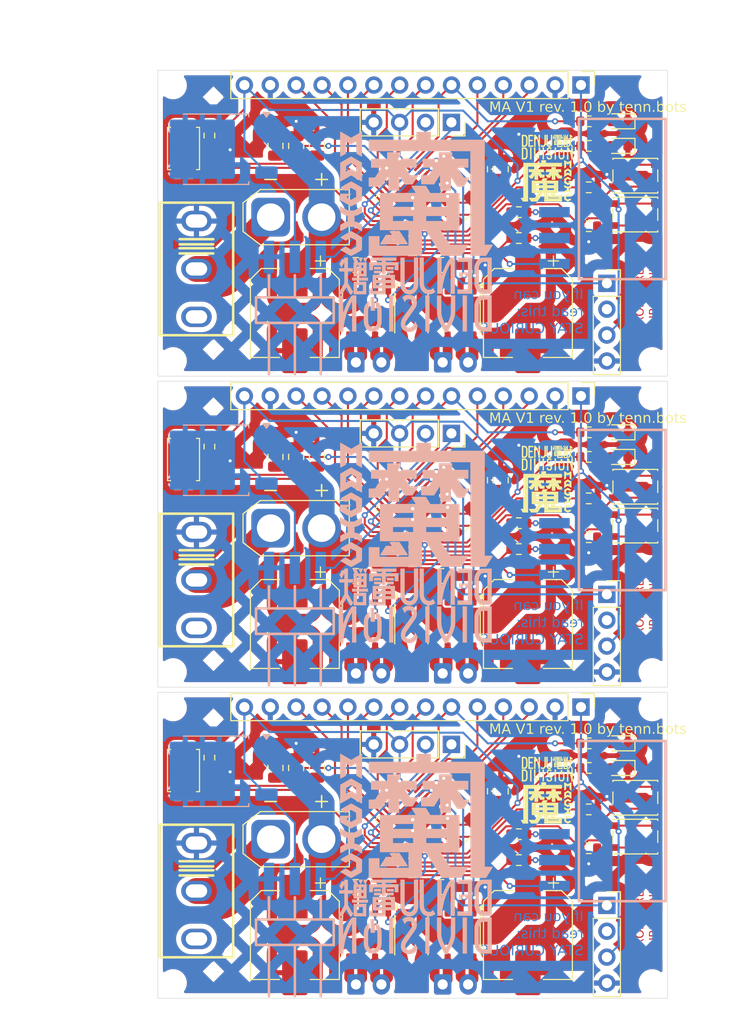
<source format=kicad_pcb>
(kicad_pcb (version 20241229) (generator "pcbnew") (generator_version "9.0")
  (layers (0 "F.Cu" signal) (2 "B.Cu" signal) (13 "F.Paste" user) (15 "B.Paste" user) (5 "F.SilkS" user "F.Silkscreen") (7 "B.SilkS" user "B.Silkscreen") (1 "F.Mask" user) (3 "B.Mask" user) (25 "Edge.Cuts" user))
  (net 0 "")
  (net 1 "Net-(U1-AREF)")
  (net 2 "Net-(U1-XTAL1{slash}PB6)")
  (net 3 "Net-(U1-XTAL2{slash}PB7)")
  (net 4 "+5V")
  (net 5 "Reset")
  (net 6 "/SDA")
  (net 7 "/SCL")
  (net 8 "/A6")
  (net 9 "+BATT")
  (net 10 "Net-(D1-A)")
  (net 11 "/D13")
  (net 12 "/D12")
  (net 13 "/A7")
  (net 14 "Net-(J3-Pin_2)")
  (net 15 "Net-(J3-Pin_1)")
  (net 16 "Net-(J4-Pin_2)")
  (net 17 "Net-(J4-Pin_1)")
  (net 18 "/D7")
  (net 19 "/A3")
  (net 20 "/A2")
  (net 21 "/A1")
  (net 22 "/A0")
  (net 23 "/D8")
  (net 24 "/SERVO")
  (net 25 "/TX")
  (net 26 "/RX")
  (net 27 "GND")
  (net 29 "/MB1")
  (net 30 "/MB2")
  (net 31 "/MA1")
  (net 32 "/START")
  (net 33 "/MA2")
  (net 34 "Net-(U1-PD0)")
  (net 35 "Net-(U1-PD1)")
  (net 36 "/BTN1")
  (net 37 "/BTN2")
  (net 38 "Net-(D2-A)")
  (net 39 "Net-(J1-Pin_1)")
  (footprint "Package_SO:SOP-8_3.9x4.9mm_P1.27mm" (layer "F.Cu") (at 143.063 116.454 -90)
    (property "Reference" "U4" (hide yes))
    (property "Value" "~")
  )
  (footprint "Package_SO:SOP-8_3.9x4.9mm_P1.27mm" (layer "F.Cu") (at 143.063 55.454 -90)
    (property "Reference" "U4" (hide yes))
    (property "Value" "~")
  )
  (footprint "Package_SO:SOP-8_3.9x4.9mm_P1.27mm" (layer "F.Cu") (at 143.063 85.954 -90)
    (property "Reference" "U4" (hide yes))
    (property "Value" "~")
  )
  (footprint "LED_SMD:LED_0603_1608Metric" (layer "F.Cu") (at 167.701 97.658 180)
    (property "Reference" "D1" (hide yes))
    (property "Value" "LED")
  )
  (footprint "LED_SMD:LED_0603_1608Metric" (layer "F.Cu") (at 167.701 67.158 180)
    (property "Reference" "D1" (hide yes))
    (property "Value" "LED")
  )
  (footprint "LED_SMD:LED_0603_1608Metric" (layer "F.Cu") (at 167.701 36.658 180)
    (property "Reference" "D1" (hide yes))
    (property "Value" "LED")
  )
  (footprint "Package_SO:SOP-8_3.9x4.9mm_P1.27mm" (layer "F.Cu") (at 151.445 116.454 -90)
    (property "Reference" "U3" (hide yes))
    (property "Value" "~")
  )
  (footprint "Package_SO:SOP-8_3.9x4.9mm_P1.27mm" (layer "F.Cu") (at 151.445 85.954 -90)
    (property "Reference" "U3" (hide yes))
    (property "Value" "~")
  )
  (footprint "Package_SO:SOP-8_3.9x4.9mm_P1.27mm" (layer "F.Cu") (at 151.445 55.454 -90)
    (property "Reference" "U3" (hide yes))
    (property "Value" "~")
  )
  (footprint "MountingHole:MountingHole_2.2mm_M2" (layer "F.Cu") (at 170.881 94.151)
    (property "Reference" "H2" (hide yes))
    (property "Value" "MountingHole")
  )
  (footprint "MountingHole:MountingHole_2.2mm_M2" (layer "F.Cu") (at 170.881 33.151)
    (property "Reference" "H2" (hide yes))
    (property "Value" "MountingHole")
  )
  (footprint "MountingHole:MountingHole_2.2mm_M2" (layer "F.Cu") (at 170.881 63.651)
    (property "Reference" "H2" (hide yes))
    (property "Value" "MountingHole")
  )
  (footprint "LED_SMD:LED_0603_1608Metric" (layer "F.Cu") (at 167.701 100.071 180)
    (property "Reference" "D2" (hide yes))
    (property "Value" "LED")
  )
  (footprint "LED_SMD:LED_0603_1608Metric" (layer "F.Cu") (at 167.701 39.071 180)
    (property "Reference" "D2" (hide yes))
    (property "Value" "LED")
  )
  (footprint "LED_SMD:LED_0603_1608Metric" (layer "F.Cu") (at 167.701 69.571 180)
    (property "Reference" "D2" (hide yes))
    (property "Value" "LED")
  )
  (footprint "MountingHole:MountingHole_2.2mm_M2" (layer "F.Cu") (at 123.881 121.151)
    (property "Reference" "H3" (hide yes))
    (property "Value" "MountingHole")
  )
  (footprint "MountingHole:MountingHole_2.2mm_M2" (layer "F.Cu") (at 123.881 60.151)
    (property "Reference" "H3" (hide yes))
    (property "Value" "MountingHole")
  )
  (footprint "MountingHole:MountingHole_2.2mm_M2" (layer "F.Cu") (at 123.881 90.651)
    (property "Reference" "H3" (hide yes))
    (property "Value" "MountingHole")
  )
  (footprint "MountingHole:MountingHole_2.2mm_M2" (layer "F.Cu") (at 123.881 94.151)
    (property "Reference" "H1" (hide yes))
    (property "Value" "MountingHole")
  )
  (footprint "MountingHole:MountingHole_2.2mm_M2" (layer "F.Cu") (at 123.881 33.151)
    (property "Reference" "H1" (hide yes))
    (property "Value" "MountingHole")
  )
  (footprint "MountingHole:MountingHole_2.2mm_M2" (layer "F.Cu") (at 123.881 63.651)
    (property "Reference" "H1" (hide yes))
    (property "Value" "MountingHole")
  )
  (footprint "Capacitor_SMD:CP_Elec_8x10.5" (layer "F.Cu") (at 158.684 116.454 -90)
    (property "Reference" "C11" (hide yes))
    (property "Value" "470uF")
  )
  (footprint "Capacitor_SMD:CP_Elec_8x10.5" (layer "F.Cu") (at 158.684 55.454 -90)
    (property "Reference" "C11" (hide yes))
    (property "Value" "470uF")
  )
  (footprint "Capacitor_SMD:CP_Elec_8x10.5" (layer "F.Cu") (at 158.684 85.954 -90)
    (property "Reference" "C11" (hide yes))
    (property "Value" "470uF")
  )
  (footprint "Capacitor_SMD:C_0805_2012Metric" (layer "F.Cu") (at 135.951 100.071 90)
    (property "Reference" "C5" (hide yes))
    (property "Value" "0.1uF")
  )
  (footprint "Capacitor_SMD:C_0805_2012Metric" (layer "F.Cu") (at 135.951 69.571 90)
    (property "Reference" "C5" (hide yes))
    (property "Value" "0.1uF")
  )
  (footprint "Capacitor_SMD:C_0805_2012Metric" (layer "F.Cu") (at 135.951 39.071 90)
    (property "Reference" "C5" (hide yes))
    (property "Value" "0.1uF")
  )
  (footprint "Resistor_SMD:R_0603_1608Metric" (layer "F.Cu") (at 127.442 99.055 -90)
    (property "Reference" "R4" (hide yes))
    (property "Value" "R")
  )
  (footprint "Resistor_SMD:R_0603_1608Metric" (layer "F.Cu") (at 127.442 38.055 -90)
    (property "Reference" "R4" (hide yes))
    (property "Value" "R")
  )
  (footprint "Resistor_SMD:R_0603_1608Metric" (layer "F.Cu") (at 127.442 68.555 -90)
    (property "Reference" "R4" (hide yes))
    (property "Value" "R")
  )
  (footprint "Connector_PinSocket_2.54mm:PinSocket_1x04_P2.54mm_Vertical" (layer "F.Cu") (at 151.181 97.76 -90)
    (property "Reference" "J2" (hide yes))
    (property "Value" "Conn_01x04_Socket")
  )
  (footprint "Connector_PinSocket_2.54mm:PinSocket_1x04_P2.54mm_Vertical" (layer "F.Cu") (at 151.181 67.26 -90)
    (property "Reference" "J2" (hide yes))
    (property "Value" "Conn_01x04_Socket")
  )
  (footprint "Connector_PinSocket_2.54mm:PinSocket_1x04_P2.54mm_Vertical" (layer "F.Cu") (at 151.181 36.76 -90)
    (property "Reference" "J2" (hide yes))
    (property "Value" "Conn_01x04_Socket")
  )
  (footprint "Resistor_SMD:R_0603_1608Metric" (layer "F.Cu") (at 157.795 106.568)
    (property "Reference" "R2" (hide yes))
    (property "Value" "R")
  )
  (footprint "Resistor_SMD:R_0603_1608Metric" (layer "F.Cu") (at 157.795 76.068)
    (property "Reference" "R2" (hide yes))
    (property "Value" "R")
  )
  (footprint "Resistor_SMD:R_0603_1608Metric" (layer "F.Cu") (at 157.795 45.568)
    (property "Reference" "R2" (hide yes))
    (property "Value" "R")
  )
  (footprint "Capacitor_SMD:C_0805_2012Metric" (layer "F.Cu") (at 137.983 100.071 90)
    (property "Reference" "C4" (hide yes))
    (property "Value" "4.7uF")
  )
  (footprint "Capacitor_SMD:C_0805_2012Metric" (layer "F.Cu") (at 137.983 39.071 90)
    (property "Reference" "C4" (hide yes))
    (property "Value" "4.7uF")
  )
  (footprint "Capacitor_SMD:C_0805_2012Metric" (layer "F.Cu") (at 137.983 69.571 90)
    (property "Reference" "C4" (hide yes))
    (property "Value" "4.7uF")
  )
  (footprint "Crystal:Crystal_SMD_3215-2Pin_3.2x1.5mm" (layer "F.Cu") (at 152.334 106.294 45)
    (property "Reference" "Y1" (hide yes))
    (property "Value" "Crystal")
  )
  (footprint "Crystal:Crystal_SMD_3215-2Pin_3.2x1.5mm" (layer "F.Cu") (at 152.334 75.794 45)
    (property "Reference" "Y1" (hide yes))
    (property "Value" "Crystal")
  )
  (footprint "Crystal:Crystal_SMD_3215-2Pin_3.2x1.5mm" (layer "F.Cu") (at 152.334 45.294 45)
    (property "Reference" "Y1" (hide yes))
    (property "Value" "Crystal")
  )
  (footprint "Capacitor_SMD:C_0805_2012Metric" (layer "F.Cu") (at 150.175 111.755)
    (property "Reference" "C10" (hide yes))
    (property "Value" "0.1uF")
  )
  (footprint "Capacitor_SMD:C_0805_2012Metric" (layer "F.Cu") (at 150.175 81.255)
    (property "Reference" "C10" (hide yes))
    (property "Value" "0.1uF")
  )
  (footprint "Capacitor_SMD:C_0805_2012Metric" (layer "F.Cu") (at 150.175 50.755)
    (property "Reference" "C10" (hide yes))
    (property "Value" "0.1uF")
  )
  (footprint "Connector_AMASS:AMASS_XT30U-M_1x02_P5.0mm_Vertical" (layer "F.Cu") (at 133.451 107.056)
    (property "Reference" "J1" (hide yes))
    (property "Value" "Conn_01x02_Socket")
  )
  (footprint "Connector_AMASS:AMASS_XT30U-M_1x02_P5.0mm_Vertical" (layer "F.Cu") (at 133.451 46.056)
    (property "Reference" "J1" (hide yes))
    (property "Value" "Conn_01x02_Socket")
  )
  (footprint "Connector_AMASS:AMASS_XT30U-M_1x02_P5.0mm_Vertical" (layer "F.Cu") (at 133.451 76.556)
    (property "Reference" "J1" (hide yes))
    (property "Value" "Conn_01x02_Socket")
  )
  (footprint "Capacitor_SMD:CP_Elec_8x10.5" (layer "F.Cu") (at 135.824 116.454 -90)
    (property "Reference" "C12" (hide yes))
    (property "Value" "470uF")
  )
  (footprint "Capacitor_SMD:CP_Elec_8x10.5" (layer "F.Cu") (at 135.824 85.954 -90)
    (property "Reference" "C12" (hide yes))
    (property "Value" "470uF")
  )
  (footprint "Capacitor_SMD:CP_Elec_8x10.5" (layer "F.Cu") (at 135.824 55.454 -90)
    (property "Reference" "C12" (hide yes))
    (property "Value" "470uF")
  )
  (footprint "MountingHole:MountingHole_2.2mm_M2" (layer "F.Cu") (at 170.881 121.151)
    (property "Reference" "H4" (hide yes))
    (property "Value" "MountingHole")
  )
  (footprint "MountingHole:MountingHole_2.2mm_M2" (layer "F.Cu") (at 170.881 90.651)
    (property "Reference" "H4" (hide yes))
    (property "Value" "MountingHole")
  )
  (footprint "MountingHole:MountingHole_2.2mm_M2" (layer "F.Cu") (at 170.881 60.151)
    (property "Reference" "H4" (hide yes))
    (property "Value" "MountingHole")
  )
  (footprint "LOGO" (layer "F.Cu") (at 160.589 100.198)
    (property "Reference" "G***" (hide yes))
    (property "Value" "LOGO" (hide yes))
  )
  (footprint "LOGO" (layer "F.Cu") (at 160.589 69.698)
    (property "Reference" "G***" (hide yes))
    (property "Value" "LOGO" (hide yes))
  )
  (footprint "LOGO" (layer "F.Cu") (at 160.589 39.198)
    (property "Reference" "G***" (hide yes))
    (property "Value" "LOGO" (hide yes))
  )
  (footprint "Connector_PinSocket_2.54mm:PinSocket_1x04_P2.54mm_Vertical" (layer "F.Cu") (at 166.431 113.543)
    (property "Reference" "J9" (hide yes))
    (property "Value" "Conn_01x04_Socket")
  )
  (footprint "Connector_PinSocket_2.54mm:PinSocket_1x04_P2.54mm_Vertical" (layer "F.Cu") (at 166.431 52.543)
    (property "Reference" "J9" (hide yes))
    (property "Value" "Conn_01x04_Socket")
  )
  (footprint "Connector_PinSocket_2.54mm:PinSocket_1x04_P2.54mm_Vertical" (layer "F.Cu") (at 166.431 83.043)
    (property "Reference" "J9" (hide yes))
    (property "Value" "Conn_01x04_Socket")
  )
  (footprint "Resistor_SMD:R_0603_1608Metric" (layer "F.Cu") (at 157.795 109.108)
    (property "Reference" "R1" (hide yes))
    (property "Value" "R")
  )
  (footprint "Resistor_SMD:R_0603_1608Metric" (layer "F.Cu") (at 157.795 78.608)
    (property "Reference" "R1" (hide yes))
    (property "Value" "R")
  )
  (footprint "Resistor_SMD:R_0603_1608Metric" (layer "F.Cu") (at 157.795 48.108)
    (property "Reference" "R1" (hide yes))
    (property "Value" "R")
  )
  (footprint "Capacitor_SMD:C_0805_2012Metric" (layer "F.Cu") (at 153.985 102.357 90)
    (property "Reference" "C3" (hide yes))
    (property "Value" "0.1uF")
  )
  (footprint "Capacitor_SMD:C_0805_2012Metric" (layer "F.Cu") (at 153.985 41.357 90)
    (property "Reference" "C3" (hide yes))
    (property "Value" "0.1uF")
  )
  (footprint "Capacitor_SMD:C_0805_2012Metric" (layer "F.Cu") (at 153.985 71.857 90)
    (property "Reference" "C3" (hide yes))
    (property "Value" "0.1uF")
  )
  (footprint "Capacitor_SMD:C_0805_2012Metric" (layer "F.Cu") (at 141.793 111.755)
    (property "Reference" "C13" (hide yes))
    (property "Value" "0.1uF")
  )
  (footprint "Capacitor_SMD:C_0805_2012Metric" (layer "F.Cu") (at 141.793 81.255)
    (property "Reference" "C13" (hide yes))
    (property "Value" "0.1uF")
  )
  (footprint "Capacitor_SMD:C_0805_2012Metric" (layer "F.Cu") (at 141.793 50.755)
    (property "Reference" "C13" (hide yes))
    (property "Value" "0.1uF")
  )
  (footprint "LOGO" (layer "F.Cu") (at 160.462 103.5)
    (property "Reference" "G***" (hide yes))
    (property "Value" "LOGO" (hide yes))
  )
  (footprint "LOGO" (layer "F.Cu") (at 160.462 42.5)
    (property "Reference" "G***" (hide yes))
    (property "Value" "LOGO" (hide yes))
  )
  (footprint "LOGO" (layer "F.Cu") (at 160.462 73)
    (property "Reference" "G***" (hide yes))
    (property "Value" "LOGO" (hide yes))
  )
  (footprint "Resistor_SMD:R_0603_1608Metric" (layer "F.Cu") (at 164.653 97.658)
    (property "Reference" "R3" (hide yes))
    (property "Value" "R")
  )
  (footprint "Resistor_SMD:R_0603_1608Metric" (layer "F.Cu") (at 164.653 36.658)
    (property "Reference" "R3" (hide yes))
    (property "Value" "R")
  )
  (footprint "Resistor_SMD:R_0603_1608Metric" (layer "F.Cu") (at 164.653 67.158)
    (property "Reference" "R3" (hide yes))
    (property "Value" "R")
  )
  (footprint "Resistor_SMD:R_0603_1608Metric" (layer "F.Cu") (at 164.653 107.945 180)
    (property "Reference" "R6" (hide yes))
    (property "Value" "R")
  )
  (footprint "Resistor_SMD:R_0603_1608Metric" (layer "F.Cu") (at 164.653 77.445 180)
    (property "Reference" "R6" (hide yes))
    (property "Value" "R")
  )
  (footprint "Resistor_SMD:R_0603_1608Metric" (layer "F.Cu") (at 164.653 46.945 180)
    (property "Reference" "R6" (hide yes))
    (property "Value" "R")
  )
  (footprint "Button_Switch_SMD:SW_SPST_PTS810" (layer "F.Cu") (at 169.225 106.802)
    (property "Reference" "SW4" (hide yes))
    (property "Value" "SW_Push")
  )
  (footprint "Button_Switch_SMD:SW_SPST_PTS810" (layer "F.Cu") (at 169.225 45.802)
    (property "Reference" "SW4" (hide yes))
    (property "Value" "SW_Push")
  )
  (footprint "Button_Switch_SMD:SW_SPST_PTS810" (layer "F.Cu") (at 169.225 76.302)
    (property "Reference" "SW4" (hide yes))
    (property "Value" "SW_Push")
  )
  (footprint "Resistor_SMD:R_0603_1608Metric" (layer "F.Cu") (at 164.653 104.135 180)
    (property "Reference" "R5" (hide yes))
    (property "Value" "R")
  )
  (footprint "Resistor_SMD:R_0603_1608Metric" (layer "F.Cu") (at 164.653 73.635 180)
    (property "Reference" "R5" (hide yes))
    (property "Value" "R")
  )
  (footprint "Resistor_SMD:R_0603_1608Metric" (layer "F.Cu") (at 164.653 43.135 180)
    (property "Reference" "R5" (hide yes))
    (property "Value" "R")
  )
  (footprint "Capacitor_SMD:C_0805_2012Metric" (layer "F.Cu") (at 156.017 102.357 90)
    (property "Reference" "C2" (hide yes))
    (property "Value" "0.1uF")
  )
  (footprint "Capacitor_SMD:C_0805_2012Metric" (layer "F.Cu") (at 156.017 41.357 90)
    (property "Reference" "C2" (hide yes))
    (property "Value" "0.1uF")
  )
  (footprint "Capacitor_SMD:C_0805_2012Metric" (layer "F.Cu") (at 156.017 71.857 90)
    (property "Reference" "C2" (hide yes))
    (property "Value" "0.1uF")
  )
  (footprint "EasyEDA:SW-TH_XKB_SS-12M11XX" (layer "F.Cu") (at 126.172 112.136 -90)
    (property "Reference" "SW2" (hide yes))
    (property "Value" "SW_SPDT")
  )
  (footprint "EasyEDA:SW-TH_XKB_SS-12M11XX" (layer "F.Cu") (at 126.172 51.136 -90)
    (property "Reference" "SW2" (hide yes))
    (property "Value" "SW_SPDT")
  )
  (footprint "EasyEDA:SW-TH_XKB_SS-12M11XX" (layer "F.Cu") (at 126.172 81.636 -90)
    (property "Reference" "SW2" (hide yes))
    (property "Value" "SW_SPDT")
  )
  (footprint "Connector_PinHeader_2.54mm:PinHeader_1x14_P2.54mm_Vertical" (layer "F.Cu") (at 163.891 94.102 -90)
    (property "Reference" "J10" (hide yes))
    (property "Value" "Conn_01x14_Pin")
  )
  (footprint "Connector_PinHeader_2.54mm:PinHeader_1x14_P2.54mm_Vertical" (layer "F.Cu") (at 163.891 63.602 -90)
    (property "Reference" "J10" (hide yes))
    (property "Value" "Conn_01x14_Pin")
  )
  (footprint "Connector_PinHeader_2.54mm:PinHeader_1x14_P2.54mm_Vertical" (layer "F.Cu") (at 163.891 33.102 -90)
    (property "Reference" "J10" (hide yes))
    (property "Value" "Conn_01x14_Pin")
  )
  (footprint "Button_Switch_SMD:SW_Push_SPST_NO_Alps_SKRK" (layer "F.Cu") (at 124.902 100.325 -90)
    (property "Reference" "SW1" (hide yes))
    (property "Value" "SW_Push")
  )
  (footprint "Button_Switch_SMD:SW_Push_SPST_NO_Alps_SKRK" (layer "F.Cu") (at 124.902 39.325 -90)
    (property "Reference" "SW1" (hide yes))
    (property "Value" "SW_Push")
  )
  (footprint "Button_Switch_SMD:SW_Push_SPST_NO_Alps_SKRK" (layer "F.Cu") (at 124.902 69.825 -90)
    (property "Reference" "SW1" (hide yes))
    (property "Value" "SW_Push")
  )
  (footprint "Button_Switch_SMD:SW_SPST_PTS810" (layer "F.Cu") (at 169.225 102.992 180)
    (property "Reference" "SW3" (hide yes))
    (property "Value" "SW_Push")
  )
  (footprint "Button_Switch_SMD:SW_SPST_PTS810" (layer "F.Cu") (at 169.225 41.992 180)
    (property "Reference" "SW3" (hide yes))
    (property "Value" "SW_Push")
  )
  (footprint "Button_Switch_SMD:SW_SPST_PTS810" (layer "F.Cu") (at 169.225 72.492 180)
    (property "Reference" "SW3" (hide yes))
    (property "Value" "SW_Push")
  )
  (footprint "Capacitor_SMD:C_0805_2012Metric" (layer "F.Cu") (at 133.919 100.071 -90)
    (property "Reference" "C1" (hide yes))
    (property "Value" "0.1uF")
  )
  (footprint "Capacitor_SMD:C_0805_2012Metric" (layer "F.Cu") (at 133.919 69.571 -90)
    (property "Reference" "C1" (hide yes))
    (property "Value" "0.1uF")
  )
  (footprint "Capacitor_SMD:C_0805_2012Metric" (layer "F.Cu") (at 133.919 39.071 -90)
    (property "Reference" "C1" (hide yes))
    (property "Value" "0.1uF")
  )
  (footprint "Resistor_SMD:R_0603_1608Metric" (layer "F.Cu") (at 164.653 100.071)
    (property "Reference" "R7" (hide yes))
    (property "Value" "R")
  )
  (footprint "Resistor_SMD:R_0603_1608Metric" (layer "F.Cu") (at 164.653 69.571)
    (property "Reference" "R7" (hide yes))
    (property "Value" "R")
  )
  (footprint "Resistor_SMD:R_0603_1608Metric" (layer "F.Cu") (at 164.653 39.071)
    (property "Reference" "R7" (hide yes))
    (property "Value" "R")
  )
  (footprint "Package_DFN_QFN:QFN-32-1EP_5x5mm_P0.5mm_EP3.1x3.1mm" (layer "F.Cu") (at 147.381 105.151 135)
    (property "Reference" "U1" (hide yes))
    (property "Value" "ATmega328P-M")
  )
  (footprint "Package_DFN_QFN:QFN-32-1EP_5x5mm_P0.5mm_EP3.1x3.1mm" (layer "F.Cu") (at 147.381 44.151 135)
    (property "Reference" "U1" (hide yes))
    (property "Value" "ATmega328P-M")
  )
  (footprint "Package_DFN_QFN:QFN-32-1EP_5x5mm_P0.5mm_EP3.1x3.1mm" (layer "F.Cu") (at 147.381 74.651 135)
    (property "Reference" "U1" (hide yes))
    (property "Value" "ATmega328P-M")
  )
  (footprint "Package_TO_SOT_SMD:TO-252-2" (layer "B.Cu") (at 127.999 100.3975 180)
    (property "Reference" "J5" (hide yes))
    (property "Value" "Conn_01x03_Pin")
  )
  (footprint "Package_TO_SOT_SMD:TO-252-2" (layer "B.Cu") (at 127.999 39.3975 180)
    (property "Reference" "J5" (hide yes))
    (property "Value" "Conn_01x03_Pin")
  )
  (footprint "Package_TO_SOT_SMD:TO-252-2" (layer "B.Cu") (at 127.999 69.8975 180)
    (property "Reference" "J5" (hide yes))
    (property "Value" "Conn_01x03_Pin")
  )
  (footprint "LOGO" (layer "B.Cu") (at 147.635 114.676 180)
    (property "Reference" "G***" (hide yes))
    (property "Value" "LOGO" (hide yes))
  )
  (footprint "LOGO" (layer "B.Cu") (at 147.635 84.176 180)
    (property "Reference" "G***" (hide yes))
    (property "Value" "LOGO" (hide yes))
  )
  (footprint "LOGO" (layer "B.Cu") (at 147.635 53.676 180)
    (property "Reference" "G***" (hide yes))
    (property "Value" "LOGO" (hide yes))
  )
  (footprint "Connector_JST:JST_XH_B2B-XH-A_1x02_P2.50mm_Vertical" (layer "B.Cu") (at 150.322 121.297)
    (property "Reference" "J3" (hide yes))
    (property "Value" "Conn_01x02_Pin")
  )
  (footprint "Connector_JST:JST_XH_B2B-XH-A_1x02_P2.50mm_Vertical" (layer "B.Cu") (at 150.322 90.797)
    (property "Reference" "J3" (hide yes))
    (property "Value" "Conn_01x02_Pin")
  )
  (footprint "Connector_JST:JST_XH_B2B-XH-A_1x02_P2.50mm_Vertical" (layer "B.Cu") (at 150.322 60.297)
    (property "Reference" "J3" (hide yes))
    (property "Value" "Conn_01x02_Pin")
  )
  (footprint "LOGO" (layer "B.Cu") (at 147.762 104.77 180)
    (property "Reference" "G***" (hide yes))
    (property "Value" "LOGO" (hide yes))
  )
  (footprint "LOGO" (layer "B.Cu") (at 147.762 74.27 180)
    (property "Reference" "G***" (hide yes))
    (property "Value" "LOGO" (hide yes))
  )
  (footprint "LOGO" (layer "B.Cu") (at 147.762 43.77 180)
    (property "Reference" "G***" (hide yes))
    (property "Value" "LOGO" (hide yes))
  )
  (footprint "Connector_JST:JST_XH_B2B-XH-A_1x02_P2.50mm_Vertical" (layer "B.Cu") (at 141.813 121.297)
    (property "Reference" "J4" (hide yes))
    (property "Value" "Conn_01x02_Pin")
  )
  (footprint "Connector_JST:JST_XH_B2B-XH-A_1x02_P2.50mm_Vertical" (layer "B.Cu") (at 141.813 90.797)
    (property "Reference" "J4" (hide yes))
    (property "Value" "Conn_01x02_Pin")
  )
  (footprint "Connector_JST:JST_XH_B2B-XH-A_1x02_P2.50mm_Vertical" (layer "B.Cu") (at 141.813 60.297)
    (property "Reference" "J4" (hide yes))
    (property "Value" "Conn_01x02_Pin")
  )
  (footprint "EasyEDA:HDR-SMD_6P-P2.54-H-F-W11.7" (layer "B.Cu") (at 161.2875 105.298 -90)
    (property "Reference" "J8" (hide yes))
    (property "Value" "Conn_01x06_Socket")
  )
  (footprint "EasyEDA:HDR-SMD_6P-P2.54-H-F-W11.7" (layer "B.Cu") (at 161.2875 74.798 -90)
    (property "Reference" "J8" (hide yes))
    (property "Value" "Conn_01x06_Socket")
  )
  (footprint "EasyEDA:HDR-SMD_6P-P2.54-H-F-W11.7" (layer "B.Cu") (at 161.2875 44.298 -90)
    (property "Reference" "J8" (hide yes))
    (property "Value" "Conn_01x06_Socket")
  )
  (footprint "EasyEDA:HDR-SMD_3P-P2.54-H-M-W13.3-N" (layer "B.Cu") (at 135.824 49.9465 180)
    (property "Reference" "J7" (hide yes))
    (property "Value" "Conn_01x03_Pin")
  )
  (footprint "EasyEDA:HDR-SMD_3P-P2.54-H-M-W13.3-N" (layer "B.Cu") (at 135.824 110.9465 180)
    (property "Reference" "J7" (hide yes))
    (property "Value" "Conn_01x03_Pin")
  )
  (footprint "EasyEDA:HDR-SMD_3P-P2.54-H-M-W13.3-N" (layer "B.Cu") (at 135.824 80.4465 180)
    (property "Reference" "J7" (hide yes))
    (property "Value" "Conn_01x03_Pin")
  )
  (gr_rect (start 122.381 31.651) (end 172.381 61.651) (stroke (width 0.05)) (fill no) (layer "Edge.Cuts"))
  (gr_rect (start 122.381 92.651) (end 172.381 122.651) (stroke (width 0.05)) (fill no) (layer "Edge.Cuts"))
  (gr_rect (start 122.381 62.151) (end 172.381 92.151) (stroke (width 0.05)) (fill no) (layer "Edge.Cuts"))
  (gr_text "CROSSFIRE\nHURRICANE" (at 171.511 118.359 90) (layer "F.Cu") (effects (font (size 0.8 0.8) (thickness 0.1)) (justify left bottom)))
  (gr_text "CROSSFIRE\nHURRICANE" (at 171.511 87.859 90) (layer "F.Cu") (effects (font (size 0.8 0.8) (thickness 0.1)) (justify left bottom)))
  (gr_text "CROSSFIRE\nHURRICANE" (at 171.511 57.359 90) (layer "F.Cu") (effects (font (size 0.8 0.8) (thickness 0.1)) (justify left bottom)))
  (gr_text "If you can \nread this:\nSTAY CURIOUS" (at 164.145 88.113 0) (layer "B.Cu") (effects (font (size 1 1) (thickness 0.1) (italic yes)) (justify left bottom mirror)))
  (gr_text "If you can \nread this:\nSTAY CURIOUS" (at 164.145 57.613 0) (layer "B.Cu") (effects (font (size 1 1) (thickness 0.1) (italic yes)) (justify left bottom mirror)))
  (gr_text "If you can \nread this:\nSTAY CURIOUS" (at 164.145 118.613 0) (layer "B.Cu") (effects (font (size 1 1) (thickness 0.1) (italic yes)) (justify left bottom mirror)))
  (gr_text "MA V1 rev. 1.0 by tenn.bots" (at 154.874 35.896 0) (layer "F.SilkS") (effects (font (size 1 1) (thickness 0.1)) (justify left bottom)))
  (gr_text "MA V1 rev. 1.0 by tenn.bots" (at 154.874 66.396 0) (layer "F.SilkS") (effects (font (size 1 1) (thickness 0.1)) (justify left bottom)))
  (gr_text "MA V1 rev. 1.0 by tenn.bots" (at 154.874 96.896 0) (layer "F.SilkS") (effects (font (size 1 1) (thickness 0.1)) (justify left bottom)))
  (segment (start 133.919 40.021) (end 134.869 39.071) (width 0.2) (layer "F.Cu") (net 1))
  (segment (start 133.919 70.521) (end 134.869 69.571) (width 0.2) (layer "F.Cu") (net 1))
  (segment (start 134.869 100.071) (end 139.126 100.071) (width 0.2) (layer "F.Cu") (net 1))
  (segment (start 134.869 69.571) (end 139.126 69.571) (width 0.2) (layer "F.Cu") (net 1))
  (segment (start 144.841 102.257447) (end 145.834204 103.250651) (width 0.2) (layer "F.Cu") (net 1))
  (segment (start 134.869 39.071) (end 139.126 39.071) (width 0.2) (layer "F.Cu") (net 1))
  (segment (start 133.919 101.021) (end 134.869 100.071) (width 0.2) (layer "F.Cu") (net 1))
  (segment (start 144.841 41.257447) (end 145.834204 42.250651) (width 0.2) (layer "F.Cu") (net 1))
  (segment (start 144.841 71.757447) (end 145.834204 72.750651) (width 0.2) (layer "F.Cu") (net 1))
  (via (at 139.126 39.071) (size 0.6) (drill 0.3) (layers "F.Cu" "B.Cu") (net 1))
  (via (at 139.126 100.071) (size 0.6) (drill 0.3) (layers "F.Cu" "B.Cu") (net 1))
  (via (at 144.8235 41.2475) (size 0.6) (drill 0.3) (layers "F.Cu" "B.Cu") (net 1))
  (via (at 144.8235 71.7475) (size 0.6) (drill 0.3) (layers "F.Cu" "B.Cu") (net 1))
  (via (at 139.126 69.571) (size 0.6) (drill 0.3) (layers "F.Cu" "B.Cu") (net 1))
  (via (at 144.8235 102.2475) (size 0.6) (drill 0.3) (layers "F.Cu" "B.Cu") (net 1))
  (segment (start 144.926326 41.350326) (end 144.8235 41.2475) (width 0.2) (layer "B.Cu") (net 1))
  (segment (start 144.8235 71.7475) (end 142.647 69.571) (width 0.2) (layer "B.Cu") (net 1))
  (segment (start 142.647 39.071) (end 139.126 39.071) (width 0.2) (layer "B.Cu") (net 1))
  (segment (start 144.8235 41.2475) (end 142.647 39.071) (width 0.2) (layer "B.Cu") (net 1))
  (segment (start 142.647 100.071) (end 139.126 100.071) (width 0.2) (layer "B.Cu") (net 1))
  (segment (start 144.926326 71.850326) (end 144.8235 71.7475) (width 0.2) (layer "B.Cu") (net 1))
  (segment (start 144.926326 102.350326) (end 144.8235 102.2475) (width 0.2) (layer "B.Cu") (net 1))
  (segment (start 142.647 69.571) (end 139.126 69.571) (width 0.2) (layer "B.Cu") (net 1))
  (segment (start 144.8235 102.2475) (end 142.647 100.071) (width 0.2) (layer "B.Cu") (net 1))
  (segment (start 151.17565 46.177883) (end 151.450117 46.177883) (width 0.2) (layer "F.Cu") (net 2))
  (segment (start 151.80367 76.32433) (end 153.502142 76.32433) (width 0.2) (layer "F.Cu") (net 2))
  (segment (start 153.502142 76.32433) (end 156.017 73.809472) (width 0.2) (layer "F.Cu") (net 2))
  (segment (start 149.988456 75.490689) (end 151.17565 76.677883) (width 0.2) (layer "F.Cu") (net 2))
  (segment (start 153.502142 45.82433) (end 156.017 43.309472) (width 0.2) (layer "F.Cu") (net 2))
  (segment (start 153.502142 106.82433) (end 156.017 104.309472) (width 0.2) (layer "F.Cu") (net 2))
  (segment (start 151.17565 76.677883) (end 151.450117 76.677883) (width 0.2) (layer "F.Cu") (net 2))
  (segment (start 149.988456 105.990689) (end 151.17565 107.177883) (width 0.2) (layer "F.Cu") (net 2))
  (segment (start 151.80367 106.82433) (end 153.502142 106.82433) (width 0.2) (layer "F.Cu") (net 2))
  (segment (start 156.017 43.309472) (end 156.017 42.307) (width 0.2) (layer "F.Cu") (net 2))
  (segment (start 151.450117 76.677883) (end 151.80367 76.32433) (width 0.2) (layer "F.Cu") (net 2))
  (segment (start 151.80367 45.82433) (end 153.502142 45.82433) (width 0.2) (layer "F.Cu") (net 2))
  (segment (start 151.17565 107.177883) (end 151.450117 107.177883) (width 0.2) (layer "F.Cu") (net 2))
  (segment (start 151.450117 46.177883) (end 151.80367 45.82433) (width 0.2) (layer "F.Cu") (net 2))
  (segment (start 151.450117 107.177883) (end 151.80367 106.82433) (width 0.2) (layer "F.Cu") (net 2))
  (segment (start 156.017 104.309472) (end 156.017 103.307) (width 0.2) (layer "F.Cu") (net 2))
  (segment (start 156.017 73.809472) (end 156.017 72.807) (width 0.2) (layer "F.Cu") (net 2))
  (segment (start 149.988456 44.990689) (end 151.17565 46.177883) (width 0.2) (layer "F.Cu") (net 2))
  (segment (start 153.217883 44.410117) (end 153.985 43.643) (width 0.2) (layer "F.Cu") (net 3))
  (segment (start 153.217883 74.910117) (end 153.985 74.143) (width 0.2) (layer "F.Cu") (net 3))
  (segment (start 153.217883 105.410117) (end 153.985 104.643) (width 0.2) (layer "F.Cu") (net 3))
  (segment (start 153.985 103.307) (end 153.985 104.008) (width 0.2) (layer "F.Cu") (net 3))
  (segment (start 153.985 42.307) (end 153.985 43.008) (width 0.2) (layer "F.Cu") (net 3))
  (segment (start 150.34201 75.137136) (end 152.990864 75.137136) (width 0.2) (layer "F.Cu") (net 3))
  (segment (start 152.990864 44.637136) (end 153.217883 44.410117) (width 0.2) (layer "F.Cu") (net 3))
  (segment (start 153.985 72.807) (end 153.985 73.508) (width 0.2) (layer "F.Cu") (net 3))
  (segment (start 153.985 74.143) (end 153.985 73.508) (width 0.2) (layer "F.Cu") (net 3))
  (segment (start 152.990864 105.637136) (end 153.217883 105.410117) (width 0.2) (layer "F.Cu") (net 3))
  (segment (start 153.985 104.643) (end 153.985 104.008) (width 0.2) (layer "F.Cu") (net 3))
  (segment (start 150.34201 44.637136) (end 152.990864 44.637136) (width 0.2) (layer "F.Cu") (net 3))
  (segment (start 152.990864 75.137136) (end 153.217883 74.910117) (width 0.2) (layer "F.Cu") (net 3))
  (segment (start 150.34201 105.637136) (end 152.990864 105.637136) (width 0.2) (layer "F.Cu") (net 3))
  (segment (start 153.985 43.643) (end 153.985 43.008) (width 0.2) (layer "F.Cu") (net 3))
  (segment (start 152.699168 77.968832) (end 151.318 77.968832) (width 0.2) (layer "F.Cu") (net 4))
  (segment (start 157.668 42.5) (end 152.699168 47.468832) (width 0.2) (layer "F.Cu") (net 4))
  (segment (start 150.345279 108.468832) (end 148.927796 107.051349) (width 0.2) (layer "F.Cu") (net 4))
  (segment (start 163.891 100.134) (end 163.828 100.071) (width 0.2) (layer "F.Cu") (net 4))
  (segment (start 167.15 44.862) (end 167.582 45.294) (width 0.2) (layer "F.Cu") (net 4))
  (segment (start 135.951 70.521) (end 137.983 70.521) (width 0.2) (layer "F.Cu") (net 4))
  (segment (start 135.15 71.322) (end 135.951 70.521) (width 0.2) (layer "F.Cu") (net 4))
  (segment (start 165.674 40.917) (end 167.15 40.917) (width 0.2) (layer "F.Cu") (net 4))
  (segment (start 167.15 44.727) (end 167.15 44.862) (width 0.2) (layer "F.Cu") (net 4))
  (segment (start 163.891 40.468) (end 163.891 39.134) (width 0.2) (layer "F.Cu") (net 4))
  (segment (start 157.668 73) (end 152.699168 77.968832) (width 0.2) (layer "F.Cu") (net 4))
  (segment (start 150.345279 47.468832) (end 148.927796 46.051349) (width 0.2) (layer "F.Cu") (net 4))
  (segment (start 163.891 101.468) (end 163.891 100.134) (width 0.2) (layer "F.Cu") (net 4))
  (segment (start 167.15 75.227) (end 167.15 75.362) (width 0.2) (layer "F.Cu") (net 4))
  (segment (start 157.668 103.5) (end 152.699168 108.468832) (width 0.2) (layer "F.Cu") (net 4))
  (segment (start 163.828 100.071) (end 165.674 101.917) (width 0.2) (layer "F.Cu") (net 4))
  (segment (start 127.442 69.38) (end 130.871 65.951) (width 0.2) (layer "F.Cu") (net 4))
  (segment (start 163.891 70.968) (end 163.891 69.634) (width 0.2) (layer "F.Cu") (net 4))
  (segment (start 151.318 77.968832) (end 150.345279 77.968832) (width 0.2) (layer "F.Cu") (net 4))
  (segment (start 161.097 69.571) (end 157.668 73) (width 0.2) (layer "F.Cu") (net 4))
  (segment (start 151.318 108.468832) (end 150.345279 108.468832) (width 0.2) (layer "F.Cu") (net 4))
  (segment (start 135.951 101.021) (end 137.983 101.021) (width 0.2) (layer "F.Cu") (net 4))
  (segment (start 130.871 35.451) (end 130.871 33.102) (width 0.2) (layer "F.Cu") (net 4))
  (segment (start 146.101 71.603233) (end 146.541311 72.043544) (width 0.2) (layer "F.Cu") (net 4))
  (segment (start 163.891 39.134) (end 163.828 39.071) (width 0.2) (layer "F.Cu") (net 4))
  (segment (start 167.15 71.417) (end 171.3 71.417) (width 0.2) (layer "F.Cu") (net 4))
  (segment (start 167.15 105.862) (end 167.582 106.294) (width 0.2) (layer "F.Cu") (net 4))
  (segment (start 149.634903 75.844243) (end 149.955433 76.164773) (width 0.2) (layer "F.Cu") (net 4))
  (segment (start 127.442 99.88) (end 130.871 96.451) (width 0.2) (layer "F.Cu") (net 4))
  (segment (start 165.674 101.917) (end 167.15 101.917) (width 0.2) (layer "F.Cu") (net 4))
  (segment (start 163.828 39.071) (end 165.674 40.917) (width 0.2) (layer "F.Cu") (net 4))
  (segment (start 167.15 101.917) (end 171.3 101.917) (width 0.2) (layer "F.Cu") (net 4))
  (segment (start 151.318 47.468832) (end 150.345279 47.468832) (width 0.2) (layer "F.Cu") (net 4))
  (segment (start 127.442 38.88) (end 130.871 35.451) (width 0.2) (layer "F.Cu") (net 4))
  (segment (start 163.828 69.571) (end 161.097 69.571) (width 0.2) (layer "F.Cu") (net 4))
  (segment (start 149.955433 76.164773) (end 149.955433 76.606265) (width 0.2) (layer "F.Cu") (net 4))
  (segment (start 167.15 40.917) (end 171.3 40.917) (width 0.2) (layer "F.Cu") (net 4))
  (segment (start 149.634903 106.344243) (end 149.955433 106.664773) (width 0.2) (layer "F.Cu") (net 4))
  (segment (start 127.442 69.38) (end 129.384 71.322) (width 0.2) (layer "F.Cu") (net 4))
  (segment (start 167.15 75.227) (end 171.3 75.227) (width 0.2) (layer "F.Cu") (net 4))
  (segment (start 149.955433 45.664773) (end 149.955433 46.106265) (width 0.2) (layer "F.Cu") (net 4))
  (segment (start 167.15 44.727) (end 171.3 44.727) (width 0.2) (layer "F.Cu") (net 4))
  (segment (start 146.101 40.341) (end 146.101 41.103233) (width 0.2) (layer "F.Cu") (net 4))
  (segment (start 129.384 71.322) (end 135.15 71.322) (width 0.2) (layer "F.Cu") (net 4))
  (segment (start 135.15 101.822) (end 135.951 101.021) (width 0.2) (layer "F.Cu") (net 4))
  (segment (start 150.345279 77.968832) (end 148.927796 76.551349) (width 0.2) (layer "F.Cu") (net 4))
  (segment (start 146.101 101.341) (end 146.101 102.103233) (width 0.2) (layer "F.Cu") (net 4))
  (segment (start 167.15 75.362) (end 167.582 75.794) (width 0.2) (layer "F.Cu") (net 4))
  (segment (start 149.955433 107.106265) (end 151.318 108.468832) (width 0.2) (layer "F.Cu") (net 4))
  (segment (start 149.955433 106.664773) (end 149.955433 107.106265) (width 0.2) (layer "F.Cu") (net 4))
  (segment (start 163.828 100.071) (end 161.097 100.071) (width 0.2) (layer "F.Cu") (net 4))
  (segment (start 135.951 40.021) (end 137.983 40.021) (width 0.2) (layer "F.Cu") (net 4))
  (segment (start 167.15 105.727) (end 171.3 105.727) (width 0.2) (layer "F.Cu") (net 4))
  (segment (start 152.699168 47.468832) (end 151.318 47.468832) (width 0.2) (layer "F.Cu") (net 4))
  (segment (start 149.955433 76.606265) (end 151.318 77.968832) (width 0.2) (layer "F.Cu") (net 4))
  (segment (start 146.101 102.103233) (end 146.541311 102.543544) (width 0.2) (layer "F.Cu") (net 4))
  (segment (start 161.097 100.071) (end 157.668 103.5) (width 0.2) (layer "F.Cu") (net 4))
  (segment (start 165.674 71.417) (end 167.15 71.417) (width 0.2) (layer "F.Cu") (net 4))
  (segment (start 129.384 40.822) (end 135.15 40.822) (width 0.2) (layer "F.Cu") (net 4))
  (segment (start 135.15 40.822) (end 135.951 40.021) (width 0.2) (layer "F.Cu") (net 4))
  (segment (start 127.442 99.88) (end 129.384 101.822) (width 0.2) (layer "F.Cu") (net 4))
  (segment (start 146.101 70.841) (end 146.101 71.603233) (width 0.2) (layer "F.Cu") (net 4))
  (segment (start 127.442 38.88) (end 129.384 40.822) (width 0.2) (layer "F.Cu") (net 4))
  (segment (start 129.384 101.822) (end 135.15 101.822) (width 0.2) (layer "F.Cu") (net 4))
  (segment (start 149.955433 46.106265) (end 151.318 47.468832) (width 0.2) (layer "F.Cu") (net 4))
  (segment (start 152.699168 108.468832) (end 151.318 108.468832) (width 0.2) (layer "F.Cu") (net 4))
  (segment (start 163.828 69.571) (end 165.674 71.417) (width 0.2) (layer "F.Cu") (net 4))
  (segment (start 130.871 65.951) (end 130.871 63.602) (width 0.2) (layer "F.Cu") (net 4))
  (segment (start 130.871 96.451) (end 130.871 94.102) (width 0.2) (layer "F.Cu") (net 4))
  (segment (start 149.634903 45.344243) (end 149.955433 45.664773) (width 0.2) (layer "F.Cu") (net 4))
  (segment (start 163.828 39.071) (end 161.097 39.071) (width 0.2) (layer "F.Cu") (net 4))
  (segment (start 146.101 41.103233) (end 146.541311 41.543544) (width 0.2) (layer "F.Cu") (net 4))
  (segment (start 163.891 69.634) (end 163.828 69.571) (width 0.2) (layer "F.Cu") (net 4))
  (segment (start 167.15 105.727) (end 167.15 105.862) (width 0.2) (layer "F.Cu") (net 4))
  (segment (start 161.097 39.071) (end 157.668 42.5) (width 0.2) (layer "F.Cu") (net 4))
  (via (at 157.668 42.5) (size 0.6) (drill 0.3) (layers "F.Cu" "B.Cu") (net 4))
  (via (at 146.101 40.341) (size 0.6) (drill 0.3) (layers "F.Cu" "B.Cu") (net 4))
  (via (at 157.668 103.5) (size 0.6) (drill 0.3) (layers "F.Cu" "B.Cu") (net 4))
  (via (at 167.582 75.794) (size 0.6) (drill 0.3) (layers "F.Cu" "B.Cu") (net 4))
  (via (at 163.891 101.468) (size 0.6) (drill 0.3) (layers "F.Cu" "B.Cu") (net 4))
  (via (at 167.582 45.294) (size 0.6) (drill 0.3) (layers "F.Cu" "B.Cu") (net 4))
  (via (at 146.101 101.341) (size 0.6) (drill 0.3) (layers "F.Cu" "B.Cu") (net 4))
  (via (at 146.101 70.841) (size 0.6) (drill 0.3) (layers "F.Cu" "B.Cu") (net 4))
  (via (at 167.582 106.294) (size 0.6) (drill 0.3) (layers "F.Cu" "B.Cu") (net 4))
  (via (at 157.668 73) (size 0.6) (drill 0.3) (layers "F.Cu" "B.Cu") (net 4))
  (via (at 163.891 70.968) (size 0.6) (drill 0.3) (layers "F.Cu" "B.Cu") (net 4))
  (via (at 163.891 40.468) (size 0.6) (drill 0.3) (layers "F.Cu" "B.Cu") (net 4))
  (segment (start 152.332 35.609) (end 157.668 40.945) (width 0.2) (layer "B.Cu") (net 4))
  (segment (start 157.668 71.445) (end 157.668 73) (width 0.2) (layer "B.Cu") (net 4))
  (segment (start 130.871 94.102) (end 133.315499 96.546499) (width 0.2) (layer "B.Cu") (net 4))
  (segment (start 166.431 57.623) (end 167.582 56.472) (width 0.2) (layer "B.Cu") (net 4))
  (segment (start 161.2875 43.028) (end 163.891 40.4245) (width 0.2) (layer "B.Cu") (net 4))
  (segment (start 161.2875 104.028) (end 163.891 101.4245) (width 0.2) (layer "B.Cu") (net 4))
  (segment (start 135.824 105.4625) (end 135.824 110.9465) (width 0.2) (layer "B.Cu") (net 4))
  (segment (start 152.332 66.109) (end 157.668 71.445) (width 0.2) (layer "B.Cu") (net 4))
  (segment (start 167.582 117.472) (end 167.582 106.294) (width 0.2) (layer "B.Cu") (net 4))
  (segment (start 144.887499 96.546499) (end 146.101 97.76) (width 0.2) (layer "B.Cu") (net 4))
  (segment (start 133.039 102.6775) (end 135.824 105.4625) (width 0.2) (layer "B.Cu") (net 4))
  (segment (start 133.039 72.1775) (end 135.824 74.9625) (width 0.2) (layer "B.Cu") (net 4))
  (segment (start 167.582 75.794) (end 167.582 74.6155) (width 0.2) (layer "B.Cu") (net 4))
  (segment (start 167.582 86.972) (end 167.582 75.794) (width 0.2) (layer "B.Cu") (net 4))
  (segment (start 146.101 70.841) (end 146.101 67.26) (width 0.2) (layer "B.Cu") (net 4))
  (segment (start 135.824 74.9625) (end 135.824 80.4465) (width 0.2) (layer "B.Cu") (net 4))
  (segment (start 144.887499 35.546499) (end 146.101 36.76) (width 0.2) (layer "B.Cu") (net 4))
  (segment (start 147.252 35.609) (end 152.332 35.609) (width 0.2) (layer "B.Cu") (net 4))
  (segment (start 167.582 106.294) (end 167.582 105.1155) (width 0.2) (layer "B.Cu") (net 4))
  (segment (start 146.101 67.26) (end 147.252 66.109) (width 0.2) (layer "B.Cu") (net 4))
  (segment (start 133.315499 35.546499) (end 144.887499 35.546499) (width 0.2) (layer "B.Cu") (net 4))
  (segment (start 130.871 63.602) (end 133.315499 66.046499) (width 0.2) (layer "B.Cu") (net 4))
  (segment (start 157.668 40.945) (end 157.668 42.5) (width 0.2) (layer "B.Cu") (net 4))
  (segment (start 133.315499 96.546499) (end 144.887499 96.546499) (width 0.2) (layer "B.Cu") (net 4))
  (segment (start 167.582 74.6155) (end 163.891 70.9245) (width 0.2) (layer "B.Cu") (net 4))
  (segment (start 157.668 101.945) (end 157.668 103.5) (width 0.2) (layer "B.Cu") (net 4))
  (segment (start 166.431 88.123) (end 167.582 86.972) (width 0.2) (layer "B.Cu") (net 4))
  (segment (start 152.332 96.609) (end 157.668 101.945) (width 0.2) (layer "B.Cu") (net 4))
  (segment (start 135.824 44.4625) (end 135.824 49.9465) (width 0.2) (layer "B.Cu") (net 4))
  (segment (start 166.431 118.623) (end 167.582 117.472) (width 0.2) (layer "B.Cu") (net 4))
  (segment (start 167.582 105.1155) (end 163.891 101.4245) (width 0.2) (layer "B.Cu") (net 4))
  (segment (start 133.039 72.1775) (end 130.871 70.0095) (width 0.2) (layer "B.Cu") (net 4))
  (segment (start 146.101 40.351) (end 146.101 40.341) (width 0.2) (layer "B.Cu") (net 4))
  (segment (start 146.101 101.341) (end 146.101 97.76) (width 0.2) (layer "B.Cu") (net 4))
  (segment (start 167.582 56.472) (end 167.582 45.294) (width 0.2) (layer "B.Cu") (net 4))
  (segment (start 146.101 97.76) (end 147.252 96.609) (width 0.2) (layer "B.Cu") (net 4))
  (segment (start 167.582 45.294) (end 167.582 44.1155) (width 0.2) (layer "B.Cu") (net 4))
  (segment (start 130.871 70.0095) (end 130.871 63.602) (width 0.2) (layer "B.Cu") (net 4))
  (segment (start 130.871 33.102) (end 133.315499 35.546499) (width 0.2) (layer "B.Cu") (net 4))
  (segment (start 130.871 39.5095) (end 130.871 33.102) (width 0.2) (layer "B.Cu") (net 4))
  (segment (start 133.039 102.6775) (end 130.871 100.5095) (width 0.2) (layer "B.Cu") (net 4))
  (segment (start 130.871 100.5095) (end 130.871 94.102) (width 0.2) (layer "B.Cu") (net 4))
  (segment (start 146.101 36.76) (end 147.252 35.609) (width 0.2) (layer "B.Cu") (net 4))
  (segment (start 144.887499 66.046499) (end 146.101 67.26) (width 0.2) (layer "B.Cu") (net 4))
  (segment (start 133.315499 66.046499) (end 144.887499 66.046499) (width 0.2) (layer "B.Cu") (net 4))
  (segment (start 167.582 44.1155) (end 163.891 40.4245) (width 0.2) (layer "B.Cu") (net 4))
  (segment (start 163.891 70.9245) (end 163.891 63.602) (width 0.2) (layer "B.Cu") (net 4))
  (segment (start 146.101 40.341) (end 146.101 36.76) (width 0.2) (layer "B.Cu") (net 4))
  (segment (start 146.101 101.351) (end 146.101 101.341) (width 0.2) (layer "B.Cu") (net 4))
  (segment (start 163.891 101.4245) (end 163.891 94.102) (width 0.2) (layer "B.Cu") (net 4))
  (segment (start 147.252 66.109) (end 152.332 66.109) (width 0.2) (layer "B.Cu") (net 4))
  (segment (start 163.891 40.4245) (end 163.891 33.102) (width 0.2) (layer "B.Cu") (net 4))
  (segment (start 146.101 70.851) (end 146.101 70.841) (width 0.2) (layer "B.Cu") (net 4))
  (segment (start 147.252 96.609) (end 152.332 96.609) (width 0.2) (layer "B.Cu") (net 4))
  (segment (start 133.039 41.6775) (end 135.824 44.4625) (width 0.2) (layer "B.Cu") (net 4))
  (segment (start 133.039 41.6775) (end 130.871 39.5095) (width 0.2) (layer "B.Cu") (net 4))
  (segment (start 161.2875 73.528) (end 163.891 70.9245) (width 0.2) (layer "B.Cu") (net 4))
  (segment (start 137.595 41.223) (end 143.21 46.838) (width 0.2) (layer "F.Cu") (net 5))
  (segment (start 145.047553 77.338) (end 145.834204 76.551349) (width 0.2) (layer "F.Cu") (net 5))
  (segment (start 155.842 110.584) (end 156.906 111.648) (width 0.2) (layer "F.Cu") (net 5))
  (segment (start 143.21 46.838) (end 145.047553 46.838) (width 0.2) (layer "F.Cu") (net 5))
  (segment (start 155.842 80.084) (end 156.906 81.148) (width 0.2) (layer "F.Cu") (net 5))
  (segment (start 124.902 67.725) (end 127.437 67.725) (width 0.2) (layer "F.Cu") (net 5))
  (segment (start 145.047553 47.565227) (end 147.066326 49.584) (width 0.2) (layer "F.Cu") (net 5))
  (segment (start 126.666 38.006) (end 126.666 39.293064) (width 0.2) (layer "F.Cu") (net 5))
  (segment (start 127.442 67.73) (end 126.666 68.506) (width 0.2) (layer "F.Cu") (net 5))
  (segment (start 128.595936 41.223) (end 137.595 41.223) (width 0.2) (layer "F.Cu") (net 5))
  (segment (start 155.842 49.584) (end 156.906 50.648) (width 0.2) (layer "F.Cu") (net 5))
  (segment (start 127.442 37.23) (end 126.666 38.006) (width 0.2) (layer "F.Cu") (net 5))
  (segment (start 127.437 37.225) (end 127.442 37.23) (width 0.2) (layer "F.Cu") (net 5))
  (segment (start 128.595936 102.223) (end 137.595 102.223) (width 0.2) (layer "F.Cu") (net 5))
  (segment (start 137.595 71.723) (end 143.21 77.338) (width 0.2) (layer "F.Cu") (net 5))
  (segment (start 147.066326 49.584) (end 155.842 49.584) (width 0.2) (layer "F.Cu") (net 5))
  (segment (start 126.666 39.293064) (end 128.595936 41.223) (width 0.2) (layer "F.Cu") (net 5))
  (segment (start 147.066326 110.584) (end 155.842 110.584) (width 0.2) (layer "F.Cu") (net 5))
  (segment (start 145.047553 107.838) (end 145.834204 107.051349) (width 0.2) (layer "F.Cu") (net 5))
  (segment (start 126.666 100.293064) (end 128.595936 102.223) (width 0.2) (layer "F.Cu") (net 5))
  (segment (start 126.666 69.793064) (end 128.595936 71.723) (width 0.2) (layer "F.Cu") (net 5))
  (segment (start 127.437 67.725) (end 127.442 67.73) (width 0.2) (layer "F.Cu") (net 5))
  (segment (start 145.047553 108.565227) (end 147.066326 110.584) (width 0.2) (layer "F.Cu") (net 5))
  (segment (start 124.902 37.225) (end 127.437 37.225) (width 0.2) (layer "F.Cu") (net 5))
  (segment (start 145.047553 46.838) (end 145.834204 46.051349) (width 0.2) (layer "F.Cu") (net 5))
  (segment (start 147.066326 80.084) (end 155.842 80.084) (width 0.2) (layer "F.Cu") (net 5))
  (segment (start 145.047553 107.838) (end 145.047553 108.565227) (width 0.2) (layer "F.Cu") (net 5))
  (segment (start 143.21 77.338) (end 145.047553 77.338) (width 0.2) (layer "F.Cu") (net 5))
  (segment (start 127.437 98.225) (end 127.442 98.23) (width 0.2) (layer "F.Cu") (net 5))
  (segment (start 127.442 98.23) (end 126.666 99.006) (width 0.2) (layer "F.Cu") (net 5))
  (segment (start 126.666 99.006) (end 126.666 100.293064) (width 0.2) (layer "F.Cu") (net 5))
  (segment (start 128.595936 71.723) (end 137.595 71.723) (width 0.2) (layer "F.Cu") (net 5))
  (segment (start 126.666 68.506) (end 126.666 69.793064) (width 0.2) (layer "F.Cu") (net 5))
  (segment (start 124.902 98.225) (end 127.437 98.225) (width 0.2) (layer "F.Cu") (net 5))
  (segment (start 145.047553 77.338) (end 145.047553 78.065227) (width 0.2) (layer "F.Cu") (net 5))
  (segment (start 145.047553 46.838) (end 145.047553 47.565227) (width 0.2) (layer "F.Cu") (net 5))
  (segment (start 137.595 102.223) (end 143.21 107.838) (width 0.2) (layer "F.Cu") (net 5))
  (segment (start 143.21 107.838) (end 145.047553 107.838) (width 0.2) (layer "F.Cu") (net 5))
  (segment (start 145.047553 78.065227) (end 147.066326 80.084) (width 0.2) (layer "F.Cu") (net 5))
  (via (at 156.906 111.648) (size 0.6) (drill 0.3) (layers "F.Cu" "B.Cu") (net 5))
  (via (at 156.906 50.648) (size 0.6) (drill 0.3) (layers "F.Cu" "B.Cu") (net 5))
  (via (at 156.906 81.148) (size 0.6) (drill 0.3) (layers "F.Cu" "B.Cu") (net 5))
  (segment (start 161.2875 50.648) (end 156.906 50.648) (width 0.2) (layer "B.Cu") (net 5))
  (segment (start 161.2875 81.148) (end 156.906 81.148) (width 0.2) (layer "B.Cu") (net 5))
  (segment (start 161.2875 111.648) (end 156.906 111.648) (width 0.2) (layer "B.Cu") (net 5))
  (segment (start 143.757741 45.929) (end 144.54234 45.929) (width 0.2) (layer "F.Cu") (net 6))
  (segment (start 144.54234 45.929) (end 145.127097 45.344243) (width 0.2) (layer "F.Cu") (net 6))
  (segment (start 143.757741 76.429) (end 144.54234 76.429) (width 0.2) (layer "F.Cu") (net 6))
  (segment (start 143.278964 106.389033) (end 143.278964 106.450223) (width 0.2) (layer "F.Cu") (net 6))
  (segment (start 143.278964 106.450223) (end 143.757741 106.929) (width 0.2) (layer "F.Cu") (net 6))
  (segment (start 143.757741 106.929) (end 144.54234 106.929) (width 0.2) (layer "F.Cu") (net 6))
  (segment (start 143.278964 45.450223) (end 143.757741 45.929) (width 0.2) (layer "F.Cu") (net 6))
  (segment (start 143.278964 75.889033) (end 143.278964 75.950223) (width 0.2) (layer "F.Cu") (net 6))
  (segment (start 143.278964 75.950223) (end 143.757741 76.429) (width 0.2) (layer "F.Cu") (net 6))
  (segment (start 144.54234 76.429) (end 145.127097 75.844243) (width 0.2) (layer "F.Cu") (net 6))
  (segment (start 143.278964 45.389033) (end 143.278964 45.450223) (width 0.2) (layer "F.Cu") (net 6))
  (segment (start 144.54234 106.929) (end 145.127097 106.344243) (width 0.2) (layer "F.Cu") (net 6))
  (via (at 143.278964 45.389033) (size 0.6) (drill 0.3) (layers "F.Cu" "B.Cu") (net 6))
  (via (at 143.278964 106.389033) (size 0.6) (drill 0.3) (layers "F.Cu" "B.Cu") (net 6))
  (via (at 143.278964 75.889033) (size 0.6) (drill 0.3) (layers "F.Cu" "B.Cu") (net 6))
  (segment (start 143.278964 75.889033) (end 151.181 67.986997) (width 0.2) (layer "B.Cu") (net 6))
  (segment (start 151.181 37.486997) (end 151.181 36.76) (width 0.2) (layer "B.Cu") (net 6))
  (segment (start 151.181 67.986997) (end 151.181 67.26) (width 0.2) (layer "B.Cu") (net 6))
  (segment (start 151.181 98.486997) (end 151.181 97.76) (width 0.2) (layer "B.Cu") (net 6))
  (segment (start 143.278964 45.389033) (end 151.181 37.486997) (width 0.2) (layer "B.Cu") (net 6))
  (segment (start 143.278964 106.389033) (end 151.181 98.486997) (width 0.2) (layer "B.Cu") (net 6))
  (segment (start 144.741447 107.437) (end 145.480651 106.697796) (width 0.2) (layer "F.Cu") (net 7))
  (segment (start 142.678964 75.289036) (end 142.678964 76.171964) (width 0.2) (layer "F.Cu") (net 7))
  (segment (start 142.678964 105.789036) (end 142.678964 106.671964) (width 0.2) (layer "F.Cu") (net 7))
  (segment (start 142.678964 106.671964) (end 143.444 107.437) (width 0.2) (layer "F.Cu") (net 7))
  (segment (start 144.741447 76.937) (end 145.480651 76.197796) (width 0.2) (layer "F.Cu") (net 7))
  (segment (start 142.678964 45.671964) (end 143.444 46.437) (width 0.2) (layer "F.Cu") (net 7))
  (segment (start 142.678964 44.789036) (end 142.678964 45.671964) (width 0.2) (layer "F.Cu") (net 7))
  (segment (start 143.444 46.437) (end 144.741447 46.437) (width 0.2) (layer "F.Cu") (net 7))
  (segment (start 142.678964 76.171964) (end 143.444 76.937) (width 0.2) (layer "F.Cu") (net 7))
  (segment (start 144.741447 46.437) (end 145.480651 45.697796) (width 0.2) (layer "F.Cu") (net 7))
  (segment (start 143.444 76.937) (end 144.741447 76.937) (width 0.2) (layer "F.Cu") (net 7))
  (segment (start 143.444 107.437) (end 144.741447 107.437) (width 0.2) (layer "F.Cu") (net 7))
  (via (at 142.678964 105.789036) (size 0.6) (drill 0.3) (layers "F.Cu" "B.Cu") (net 7))
  (via (at 142.678964 75.289036) (size 0.6) (drill 0.3) (layers "F.Cu" "B.Cu") (net 7))
  (via (at 142.678964 44.789036) (size 0.6) (drill 0.3) (layers "F.Cu" "B.Cu") (net 7))
  (segment (start 148.641 38.827) (end 148.641 36.76) (width 0.2) (layer "B.Cu") (net 7))
  (segment (start 142.678964 105.789036) (end 148.641 99.827) (width 0.2) (layer "B.Cu") (net 7))
  (segment (start 142.678964 75.289036) (end 148.641 69.327) (width 0.2) (layer "B.Cu") (net 7))
  (segment (start 148.641 99.827) (end 148.641 97.76) (width 0.2) (layer "B.Cu") (net 7))
  (segment (start 142.678964 44.789036) (end 148.641 38.827) (width 0.2) (layer "B.Cu") (net 7))
  (segment (start 148.641 69.327) (end 148.641 67.26) (width 0.2) (layer "B.Cu") (net 7))
  (segment (start 147.381 95.372) (end 147.381 99.182) (width 0.2) (layer "F.Cu") (net 8))
  (segment (start 147.381 99.182) (end 145.476 101.087) (width 0.2) (layer "F.Cu") (net 8))
  (segment (start 148.651 63.602) (end 147.381 64.872) (width 0.2) (layer "F.Cu") (net 8))
  (segment (start 147.381 34.372) (end 147.381 38.182) (width 0.2) (layer "F.Cu") (net 8))
  (segment (start 145.476 40.087) (end 145.476 41.18534) (width 0.2) (layer "F.Cu") (net 8))
  (segment (start 147.381 38.182) (end 145.476 40.087) (width 0.2) (layer "F.Cu") (net 8))
  (segment (start 145.476 70.587) (end 145.476 71.68534) (width 0.2) (layer "F.Cu") (net 8))
  (segment (start 145.476 102.18534) (end 146.187757 102.897097) (width 0.2) (layer "F.Cu") (net 8))
  (segment (start 148.651 33.102) (end 147.381 34.372) (width 0.2) (layer "F.Cu") (net 8))
  (segment (start 145.476 41.18534) (end 146.187757 41.897097) (width 0.2) (layer "F.Cu") (net 8))
  (segment (start 145.476 101.087) (end 145.476 102.18534) (width 0.2) (layer "F.Cu") (net 8))
  (segment (start 145.476 71.68534) (end 146.187757 72.397097) (width 0.2) (layer "F.Cu") (net 8))
  (segment (start 147.381 68.682) (end 145.476 70.587) (width 0.2) (layer "F.Cu") (net 8))
  (segment (start 147.381 64.872) (end 147.381 68.682) (width 0.2) (layer "F.Cu") (net 8))
  (segment (start 148.651 94.102) (end 147.381 95.372) (width 0.2) (layer "F.Cu") (net 8))
  (segment (start 149.039 115.179596) (end 149.984404 116.125) (width 2.54) (layer "F.Cu") (net 9))
  (segment (start 146.415596 51.155) (end 149.039 51.155) (width 2.54) (layer "F.Cu") (net 9))
  (segment (start 138.451 46.056) (end 138.451 49.127) (width 2.54) (layer "F.Cu") (net 9))
  (segment (start 149.984404 55.125) (end 155.313 55.125) (width 2.54) (layer "F.Cu") (net 9))
  (segment (start 140.804 48.409) (end 143.669596 48.409) (width 2.54) (layer "F.Cu") (net 9))
  (segment (start 146.415596 112.155) (end 149.039 112.155) (width 2.54) (layer "F.Cu") (net 9))
  (segment (start 138.451 49.127) (end 135.824 51.754) (width 2.54) (layer "F.Cu") (net 9))
  (segment (start 138.451 46.056) (end 138.451 47.326) (width 2.54) (layer "F.Cu") (net 9))
  (segment (start 149.984404 85.625) (end 155.313 85.625) (width 2.54) (layer "F.Cu") (net 9))
  (segment (start 138.451 46.056) (end 140.804 48.409) (width 2.54) (layer "F.Cu") (net 9))
  (segment (start 149.984404 116.125) (end 155.313 116.125) (width 2.54) (layer "F.Cu") (net 9))
  (segment (start 143.669596 48.409) (end 146.415596 51.155) (width 2.54) (layer "F.Cu") (net 9))
  (segment (start 155.313 55.125) (end 158.684 51.754) (width 2.54) (layer "F.Cu") (net 9))
  (segment (start 146.415596 81.655) (end 149.039 81.655) (width 2.54) (layer "F.Cu") (net 9))
  (segment (start 138.451 76.556) (end 140.804 78.909) (width 2.54) (layer "F.Cu") (net 9))
  (segment (start 155.313 116.125) (end 158.684 112.754) (width 2.54) (layer "F.Cu") (net 9))
  (segment (start 138.451 76.556) (end 138.451 79.627) (width 2.54) (layer "F.Cu") (net 9))
  (segment (start 149.039 54.179596) (end 149.984404 55.125) (width 2.54) (layer "F.Cu") (net 9))
  (segment (start 149.039 112.155) (end 149.039 115.179596) (width 2.54) (layer "F.Cu") (net 9))
  (segment (start 138.451 107.056) (end 138.451 108.326) (width 2.54) (layer "F.Cu") (net 9))
  (segment (start 140.804 78.909) (end 143.669596 78.909) (width 2.54) (layer "F.Cu") (net 9))
  (segment (start 143.669596 78.909) (end 146.415596 81.655) (width 2.54) (layer "F.Cu") (net 9))
  (segment (start 140.804 109.409) (end 143.669596 109.409) (width 2.54) (layer "F.Cu") (net 9))
  (segment (start 140.657 80.032) (end 140.657 83.329) (width 2.54) (layer "F.Cu") (net 9))
  (segment (start 149.039 84.679596) (end 149.984404 85.625) (width 2.54) (layer "F.Cu") (net 9))
  (segment (start 138.451 110.127) (end 135.824 112.754) (width 2.54) (layer "F.Cu") (net 9))
  (segment (start 149.039 51.155) (end 149.039 54.179596) (width 2.54) (layer "F.Cu") (net 9))
  (segment (start 138.451 108.326) (end 140.657 110.532) (width 2.54) (layer "F.Cu") (net 9))
  (segment (start 155.313 85.625) (end 158.684 82.254) (width 2.54) (layer "F.Cu") (net 9))
  (segment (start 138.451 107.056) (end 140.804 109.409) (width 2.54) (layer "F.Cu") (net 9))
  (segment (start 138.451 76.556) (end 138.451 77.826) (width 2.54) (layer "F.Cu") (net 9))
  (segment (start 140.657 49.532) (end 140.657 52.829) (width 2.54) (layer "F.Cu") (net 9))
  (segment (start 138.451 77.826) (end 140.657 80.032) (width 2.54) (layer "F.Cu") (net 9))
  (segment (start 138.451 47.326) (end 140.657 49.532) (width 2.54) (layer "F.Cu") (net 9))
  (segment (start 140.657 110.532) (end 140.657 113.829) (width 2.54) (layer "F.Cu") (net 9))
  (segment (start 143.669596 109.409) (end 146.415596 112.155) (width 2.54) (layer "F.Cu") (net 9))
  (segment (start 138.451 79.627) (end 135.824 82.254) (width 2.54) (layer "F.Cu") (net 9))
  (segment (start 138.451 107.056) (end 138.451 110.127) (width 2.54) (layer "F.Cu") (net 9))
  (segment (start 149.039 81.655) (end 149.039 84.679596) (width 2.54) (layer "F.Cu") (net 9))
  (segment (start 138.451 76.556) (end 138.451 73.0295) (width 2.54) (layer "B.Cu") (net 9))
  (segment (start 138.451 42.5295) (end 133.039 37.1175) (width 2.54) (layer "B.Cu") (net 9))
  (segment (start 138.451 107.056) (end 138.451 103.5295) (width 2.54) (layer "B.Cu") (net 9))
  (segment (start 138.451 103.5295) (end 133.039 98.1175) (width 2.54) (layer "B.Cu") (net 9))
  (segment (start 138.451 73.0295) (end 133.039 67.6175) (width 2.54) (layer "B.Cu") (net 9))
  (segment (start 138.451 46.056) (end 138.451 42.5295) (width 2.54) (layer "B.Cu") (net 9))
  (segment (start 165.478 67.158) (end 166.9135 67.158) (width 0.2) (layer "F.Cu") (net 10))
  (segment (start 165.478 97.658) (end 166.9135 97.658) (width 0.2) (layer "F.Cu") (net 10))
  (segment (start 165.478 36.658) (end 166.9135 36.658) (width 0.2) (layer "F.Cu") (net 10))
  (segment (start 163.828 67.158) (end 161.351 67.158) (width 0.2) (layer "F.Cu") (net 11))
  (segment (start 163.828 36.658) (end 161.351 36.658) (width 0.2) (layer "F.Cu") (net 11))
  (segment (start 149.921 95.372) (end 149.921 99.163854) (width 0.2) (layer "F.Cu") (net 11))
  (segment (start 151.191 63.602) (end 149.921 64.872) (width 0.2) (layer "F.Cu") (net 11))
  (segment (start 149.921 38.163854) (end 146.894864 41.18999) (width 0.2) (layer "F.Cu") (net 11))
  (segment (start 151.191 33.102) (end 149.921 34.372) (width 0.2) (layer "F.Cu") (net 11))
  (segment (start 149.921 34.372) (end 149.921 38.163854) (width 0.2) (layer "F.Cu") (net 11))
  (segment (start 151.191 94.102) (end 149.921 95.372) (width 0.2) (layer "F.Cu") (net 11))
  (segment (start 149.921 99.163854) (end 146.894864 102.18999) (width 0.2) (layer "F.Cu") (net 11))
  (segment (start 149.921 64.872) (end 149.921 68.663854) (width 0.2) (layer "F.Cu") (net 11))
  (segment (start 163.828 97.658) (end 161.351 97.658) (width 0.2) (layer "F.Cu") (net 11))
  (segment (start 149.921 68.663854) (end 146.894864 71.68999) (width 0.2) (layer "F.Cu") (net 11))
  (via (at 161.351 67.158) (size 0.6) (drill 0.3) (layers "F.Cu" "B.Cu") (net 11))
  (via (at 161.351 36.658) (size 0.6) (drill 0.3) (layers "F.Cu" "B.Cu") (net 11))
  (via (at 161.351 97.658) (size 0.6) (drill 0.3) (layers "F.Cu" "B.Cu") (net 11))
  (segment (start 154.747 36.658) (end 151.191 33.102) (width 0.2) (layer "B.Cu") (net 11))
  (segment (start 161.351 36.658) (end 154.747 36.658) (width 0.2) (layer "B.Cu") (net 11))
  (segment (start 161.351 67.158) (end 154.747 67.158) (width 0.2) (layer "B.Cu") (net 11))
  (segment (start 154.747 97.658) (end 151.191 94.102) (width 0.2) (layer "B.Cu") (net 11))
  (segment (start 154.747 67.158) (end 151.191 63.602) (width 0.2) (layer "B.Cu") (net 11))
  (segment (start 161.351 97.658) (end 154.747 97.658) (width 0.2) (layer "B.Cu") (net 11))
  (segment (start 153.731 98.039) (end 153.731 94.102) (width 0.2) (layer "F.Cu") (net 12))
  (segment (start 153.731 37.039) (end 153.731 33.102) (width 0.2) (layer "F.Cu") (net 12))
  (segment (start 150.81 68.682) (end 152.588 68.682) (width 0.2) (layer "F.Cu") (net 12))
  (segment (start 147.867136 102.124864) (end 150.81 99.182) (width 0.2) (layer "F.Cu") (net 12))
  (segment (start 147.867136 41.18999) (end 147.867136 41.124864) (width 0.2) (layer "F.Cu") (net 12))
  (segment (start 147.867136 71.624864) (end 150.81 68.682) (width 0.2) (layer "F.Cu") (net 12))
  (segment (start 152.588 99.182) (end 153.731 98.039) (width 0.2) (layer "F.Cu") (net 12))
  (segment (start 147.867136 71.68999) (end 147.867136 71.624864) (width 0.2) (layer "F.Cu") (net 12))
  (segment (start 147.867136 102.18999) (end 147.867136 102.124864) (width 0.2) (layer "F.Cu") (net 12))
  (segment (start 152.588 68.682) (end 153.731 67.539) (width 0.2) (layer "F.Cu") (net 12))
  (segment (start 150.81 99.182) (end 152.588 99.182) (width 0.2) (layer "F.Cu") (net 12))
  (segment (start 153.731 67.539) (end 153.731 63.602) (width 0.2) (layer "F.Cu") (net 12))
  (segment (start 147.867136 41.124864) (end 150.81 38.182) (width 0.2) (layer "F.Cu") (net 12))
  (segment (start 152.588 38.182) (end 153.731 37.039) (width 0.2) (layer "F.Cu") (net 12))
  (segment (start 150.81 38.182) (end 152.588 38.182) (width 0.2) (layer "F.Cu") (net 12))
  (segment (start 144.841 64.872) (end 146.111 63.602) (width 0.2) (layer "F.Cu") (net 13))
  (segment (start 145.127097 73.457757) (end 143.952 72.28266) (width 0.2) (layer "F.Cu") (net 13))
  (segment (start 144.841 98.293) (end 144.841 95.372) (width 0.2) (layer "F.Cu") (net 13))
  (segment (start 144.841 95.372) (end 146.111 94.102) (width 0.2) (layer "F.Cu") (net 13))
  (segment (start 143.952 99.182) (end 144.841 98.293) (width 0.2) (layer "F.Cu") (net 13))
  (segment (start 143.952 38.182) (end 144.841 37.293) (width 0.2) (layer "F.Cu") (net 13))
  (segment (start 144.841 67.793) (end 144.841 64.872) (width 0.2) (layer "F.Cu") (net 13))
  (segment (start 143.952 102.78266) (end 143.952 99.182) (width 0.2) (layer "F.Cu") (net 13))
  (segment (start 144.841 34.372) (end 146.111 33.102) (width 0.2) (layer "F.Cu") (net 13))
  (segment (start 144.841 37.293) (end 144.841 34.372) (width 0.2) (layer "F.Cu") (net 13))
  (segment (start 145.127097 103.957757) (end 143.952 102.78266) (width 0.2) (layer "F.Cu") (net 13))
  (segment (start 143.952 68.682) (end 144.841 67.793) (width 0.2) (layer "F.Cu") (net 13))
  (segment (start 143.952 72.28266) (end 143.952 68.682) (width 0.2) (layer "F.Cu") (net 13))
  (segment (start 145.127097 42.957757) (end 143.952 41.78266) (width 0.2) (layer "F.Cu") (net 13))
  (segment (start 143.952 41.78266) (end 143.952 38.182) (width 0.2) (layer "F.Cu") (net 13))
  (segment (start 152.08 120.555) (end 152.822 121.297) (width 0.9525) (layer "F.Cu") (net 14))
  (segment (start 153.35 88.579) (end 153.35 90.269) (width 0.9525) (layer "F.Cu") (net 14))
  (segment (start 152.08 90.055) (end 152.822 90.797) (width 0.9525) (layer "F.Cu") (net 14))
  (segment (start 153.35 119.079) (end 153.35 120.769) (width 0.9525) (layer "F.Cu") (net 14))
  (segment (start 152.08 119.079) (end 152.08 120.555) (width 0.9525) (layer "F.Cu") (net 14))
  (segment (start 153.35 90.269) (end 152.822 90.797) (width 0.9525) (layer "F.Cu") (net 14))
  (segment (start 152.08 59.555) (end 152.822 60.297) (width 0.9525) (layer "F.Cu") (net 14))
  (segment (start 153.35 58.079) (end 153.35 59.769) (width 0.9525) (layer "F.Cu") (net 14))
  (segment (start 153.35 120.769) (end 152.822 121.297) (width 0.9525) (layer "F.Cu") (net 14))
  (segment (start 152.08 88.579) (end 152.08 90.055) (width 0.9525) (layer "F.Cu") (net 14))
  (segment (start 153.35 59.769) (end 152.822 60.297) (width 0.9525) (layer "F.Cu") (net 14))
  (segment (start 152.08 58.079) (end 152.08 59.555) (width 0.9525) (layer "F.Cu") (net 14))
  (segment (start 149.54 59.515) (end 150.322 60.297) (width 0.9525) (layer "F.Cu") (net 15))
  (segment (start 149.54 88.579) (end 149.54 90.015) (width 0.9525) (layer "F.Cu") (net 15))
  (segment (start 149.54 120.515) (end 150.322 121.297) (width 0.9525) (layer "F.Cu") (net 15))
  (segment (start 149.54 90.015) (end 150.322 90.797) (width 0.9525) (layer "F.Cu") (net 15))
  (segment (start 150.81 58.079) (end 150.81 59.809) (width 0.9525) (layer "F.Cu") (net 15))
  (segment (start 150.81 88.579) (end 150.81 90.309) (width 0.9525) (layer "F.Cu") (net 15))
  (segment (start 150.81 120.809) (end 150.322 121.297) (width 0.9525) (layer "F.Cu") (net 15))
  (segment (start 150.81 59.809) (end 150.322 60.297) (width 0.9525) (layer "F.Cu") (net 15))
  (segment (start 149.54 119.079) (end 149.54 120.515) (width 0.9525) (layer "F.Cu") (net 15))
  (segment (start 150.81 119.079) (end 150.81 120.809) (width 0.9525) (layer "F.Cu") (net 15))
  (segment (start 149.54 58.079) (end 149.54 59.515) (width 0.9525) (layer "F.Cu") (net 15))
  (segment (start 150.81 90.309) (end 150.322 90.797) (width 0.9525) (layer "F.Cu") (net 15))
  (segment (start 143.698 120.682) (end 144.313 121.297) (width 0.9525) (layer "F.Cu") (net 16))
  (segment (start 144.968 58.079) (end 144.968 59.642) (width 0.9525) (layer "F.Cu") (net 16))
  (segment (start 144.968 120.642) (end 144.313 121.297) (width 0.9525) (layer "F.Cu") (net 16))
  (segment (start 144.968 119.079) (end 144.968 120.642) (width 0.9525) (layer "F.Cu") (net 16))
  (segment (start 143.698 59.682) (end 144.313 60.297) (width 0.9525) (layer "F.Cu") (net 16))
  (segment (start 143.698 119.079) (end 143.698 120.682) (width 0.9525) (layer "F.Cu") (net 16))
  (segment (start 144.968 59.642) (end 144.313 60.297) (width 0.9525) (layer "F.Cu") (net 16))
  (segment (start 143.698 58.079) (end 143.698 59.682) (width 0.9525) (layer "F.Cu") (net 16))
  (segment (start 144.968 88.579) (end 144.968 90.142) (width 0.9525) (layer "F.Cu") (net 16))
  (segment (start 144.968 90.142) (end 144.313 90.797) (width 0.9525) (layer "F.Cu") (net 16))
  (segment (start 143.698 88.579) (end 143.698 90.182) (width 0.9525) (layer "F.Cu") (net 16))
  (segment (start 143.698 90.182) (end 144.313 90.797) (width 0.9525) (layer "F.Cu") (net 16))
  (segment (start 141.158 58.079) (end 141.158 59.642) (width 0.9525) (layer "F.Cu") (net 17))
  (segment (start 141.158 120.642) (end 141.813 121.297) (width 0.9525) (layer "F.Cu") (net 17))
  (segment (start 142.428 119.079) (end 142.428 120.682) (width 0.9525) (layer "F.Cu") (net 17))
  (segment (start 142.428 58.079) (end 142.428 59.682) (width 0.9525) (layer "F.Cu") (net 17))
  (segment (start 141.158 59.642) (end 141.813 60.297) (width 0.9525) (layer "F.Cu") (net 17))
  (segment (start 141.158 119.079) (end 141.158 120.642) (width 0.9525) (layer "F.Cu") (net 17))
  (segment (start 141.813 90.797) (end 141.81 90.797) (width 0.9525) (layer "F.Cu") (net 17))
  (segment (start 141.813 121.297) (end 141.81 121.297) (width 0.9525) (layer "F.Cu") (net 17))
  (segment (start 142.428 59.682) (end 141.813 60.297) (width 0.9525) (layer "F.Cu") (net 17))
  (segment (start 141.158 90.142) (end 141.813 90.797) (width 0.9525) (layer "F.Cu") (net 17))
  (segment (start 142.428 120.682) (end 141.813 121.297) (width 0.9525) (layer "F.Cu") (net 17))
  (segment (start 142.428 90.182) (end 141.813 90.797) (width 0.9525) (layer "F.Cu") (net 17))
  (segment (start 142.428 88.579) (end 142.428 90.182) (width 0.9525) (layer "F.Cu") (net 17))
  (segment (start 141.813 60.297) (end 141.81 60.297) (width 0.9525) (layer "F.Cu") (net 17))
  (segment (start 141.158 88.579) (end 141.158 90.142) (width 0.9525) (layer "F.Cu") (net 17))
  (segment (start 149.634903 42.913097) (end 149.634903 42.957757) (width 0.2) (layer "F.Cu") (net 18))
  (segment (start 149.88661 42.68) (end 149.868 42.68) (width 0.2) (layer "F.Cu") (net 18))
  (segment (start 158.811 33.75561) (end 149.88661 42.68) (width 0.2) (layer "F.Cu") (net 18))
  (segment (start 158.811 63.602) (end 158.811 64.25561) (width 0.2) (layer "F.Cu") (net 18))
  (segment (start 158.811 94.75561) (end 149.88661 103.68) (width 0.2) (layer "F.Cu") (net 18))
  (segment (start 149.634903 103.913097) (end 149.634903 103.957757) (width 0.2) (layer "F.Cu") (net 18))
  (segment (start 149.88661 73.18) (end 149.868 73.18) (width 0.2) (layer "F.Cu") (net 18))
  (segment (start 149.868 73.18) (end 149.634903 73.413097) (width 0.2) (layer "F.Cu") (net 18))
  (segment (start 158.811 33.102) (end 158.811 33.75561) (width 0.2) (layer "F.Cu") (net 18))
  (segment (start 149.868 42.68) (end 149.634903 42.913097) (width 0.2) (layer "F.Cu") (net 18))
  (segment (start 149.868 103.68) (end 149.634903 103.913097) (width 0.2) (layer "F.Cu") (net 18))
  (segment (start 158.811 64.25561) (end 149.88661 73.18) (width 0.2) (layer "F.Cu") (net 18))
  (segment (start 158.811 94.102) (end 158.811 94.75561) (width 0.2) (layer "F.Cu") (net 18))
  (segment (start 149.634903 73.413097) (end 149.634903 73.457757) (width 0.2) (layer "F.Cu") (net 18))
  (segment (start 149.88661 103.68) (end 149.868 103.68) (width 0.2) (layer "F.Cu") (net 18))
  (segment (start 144.049678 45.31122) (end 144.453013 45.31122) (width 0.2) (layer "F.Cu") (net 19))
  (segment (start 135.951 94.102) (end 139.761 97.912) (width 0.2) (layer "F.Cu") (net 19))
  (segment (start 144.453013 75.81122) (end 144.773544 75.490689) (width 0.2) (layer "F.Cu") (net 19))
  (segment (start 139.761 41.022542) (end 144.049678 45.31122) (width 0.2) (layer "F.Cu") (net 19))
  (segment (start 135.951 33.102) (end 139.761 36.912) (width 0.2) (layer "F.Cu") (net 19))
  (segment (start 139.761 102.022542) (end 144.049678 106.31122) (width 0.2) (layer "F.Cu") (net 19))
  (segment (start 139.761 67.412) (end 139.761 71.522542) (width 0.2) (layer "F.Cu") (net 19))
  (segment (start 144.049678 106.31122) (end 144.453013 106.31122) (width 0.2) (layer "F.Cu") (net 19))
  (segment (start 144.453013 106.31122) (end 144.773544 105.990689) (width 0.2) (layer "F.Cu") (net 19))
  (segment (start 144.049678 75.81122) (end 144.453013 75.81122) (width 0.2) (layer "F.Cu") (net 19))
  (segment (start 135.951 63.602) (end 139.761 67.412) (width 0.2) (layer "F.Cu") (net 19))
  (segment (start 139.761 71.522542) (end 144.049678 75.81122) (width 0.2) (layer "F.Cu") (net 19))
  (segment (start 144.453013 45.31122) (end 144.773544 44.990689) (width 0.2) (layer "F.Cu") (net 19))
  (segment (start 139.761 36.912) (end 139.761 41.022542) (width 0.2) (layer "F.Cu") (net 19))
  (segment (start 139.761 97.912) (end 139.761 102.022542) (width 0.2) (layer "F.Cu") (net 19))
  (segment (start 140.407068 71.124214) (end 144.41999 75.137136) (width 0.2) (layer "F.Cu") (net 20))
  (segment (start 140.407068 101.624214) (end 144.41999 105.637136) (width 0.2) (layer "F.Cu") (net 20))
  (segment (start 138.491 94.102) (end 140.407068 96.018068) (width 0.2) (layer "F.Cu") (net 20))
  (segment (start 138.491 63.602) (end 140.407068 65.518068) (width 0.2) (layer "F.Cu") (net 20))
  (segment (start 140.407068 35.018068) (end 140.407068 40.624214) (width 0.2) (layer "F.Cu") (net 20))
  (segment (start 140.407068 40.624214) (end 144.41999 44.637136) (width 0.2) (layer "F.Cu") (net 20))
  (segment (start 140.407068 65.518068) (end 140.407068 71.124214) (width 0.2) (layer "F.Cu") (net 20))
  (segment (start 140.407068 96.018068) (end 140.407068 101.624214) (width 0.2) (layer "F.Cu") (net 20))
  (segment (start 138.491 33.102) (end 140.407068 35.018068) (width 0.2) (layer "F.Cu") (net 20))
  (segment (start 141.031 70.775874) (end 141.031 63.602) (width 0.2) (layer "F.Cu") (net 21))
  (segment (start 141.031 40.275874) (end 141.031 33.102) (width 0.2) (layer "F.Cu") (net 21))
  (segment (start 141.031 101.275874) (end 141.031 94.102) (width 0.2) (layer "F.Cu") (net 21))
  (segment (start 144.41999 104.664864) (end 141.031 101.275874) (width 0.2) (layer "F.Cu") (net 21))
  (segment (start 144.41999 43.664864) (end 141.031 40.275874) (width 0.2) (layer "F.Cu") (net 21))
  (segment (start 144.41999 74.164864) (end 141.031 70.775874) (width 0.2) (layer "F.Cu") (net 21))
  (segment (start 142.301 40.838767) (end 142.301 34.372) (width 0.2) (layer "F.Cu") (net 22))
  (segment (start 142.301 95.372) (end 143.571 94.102) (width 0.2) (layer "F.Cu") (net 22))
  (segment (start 142.301 71.338767) (end 142.301 64.872) (width 0.2) (layer "F.Cu") (net 22))
  (segment (start 144.773544 43.311311) (end 142.301 40.838767) (width 0.2) (layer "F.Cu") (net 22))
  (segment (start 142.301 101.838767) (end 142.301 95.372) (width 0.2) (layer "F.Cu") (net 22))
  (segment (start 144.773544 104.311311) (end 142.301 101.838767) (width 0.2) (layer "F.Cu") (net 22))
  (segment (start 142.301 64.872) (end 143.571 63.602) (width 0.2) (layer "F.Cu") (net 22))
  (segment (start 144.773544 73.811311) (end 142.301 71.338767) (width 0.2) (layer "F.Cu") (net 22))
  (segment (start 142.301 34.372) (end 143.571 33.102) (width 0.2) (layer "F.Cu") (net 22))
  (segment (start 149.281349 42.604204) (end 149.605553 42.28) (width 0.2) (layer "F.Cu") (net 23))
  (segment (start 149.720924 42.28) (end 156.271 35.729924) (width 0.2) (layer "F.Cu") (net 23))
  (segment (start 149.720924 103.28) (end 156.271 96.729924) (width 0.2) (layer "F.Cu") (net 23))
  (segment (start 156.271 35.729924) (end 156.271 33.102) (width 0.2) (layer "F.Cu") (net 23))
  (segment (start 156.271 66.229924) (end 156.271 63.602) (width 0.2) (layer "F.Cu") (net 23))
  (segment (start 149.720924 72.78) (end 156.271 66.229924) (width 0.2) (layer "F.Cu") (net 23))
  (segment (start 149.605553 72.78) (end 149.720924 72.78) (width 0.2) (layer "F.Cu") (net 23))
  (segment (start 156.271 96.729924) (end 156.271 94.102) (width 0.2) (layer "F.Cu") (net 23))
  (segment (start 149.281349 103.604204) (end 149.605553 103.28) (width 0.2) (layer "F.Cu") (net 23))
  (segment (start 149.605553 103.28) (end 149.720924 103.28) (width 0.2) (layer "F.Cu") (net 23))
  (segment (start 149.281349 73.104204) (end 149.605553 72.78) (width 0.2) (layer "F.Cu") (net 23))
  (segment (start 149.605553 42.28) (end 149.720924 42.28) (width 0.2) (layer "F.Cu") (net 23))
  (segment (start 148.581243 41.897097) (end 149.212625 41.265715) (width 0.2) (layer "F.Cu") (net 24))
  (segment (start 148.581243 72.397097) (end 149.212625 71.765715) (width 0.2) (layer "F.Cu") (net 24))
  (segment (start 148.574243 72.397097) (end 148.581243 72.397097) (width 0.2) (layer "F.Cu") (net 24))
  (segment (start 148.581243 102.897097) (end 149.212625 102.265715) (width 0.2) (layer "F.Cu") (net 24))
  (segment (start 148.574243 102.897097) (end 148.581243 102.897097) (width 0.2) (layer "F.Cu") (net 24))
  (segment (start 148.574243 41.897097) (end 148.581243 41.897097) (width 0.2) (layer "F.Cu") (net 24))
  (via (at 149.212625 102.265715) (size 0.6) (drill 0.3) (layers "F.Cu" "B.Cu") (net 24))
  (via (at 149.212625 71.765715) (size 0.6) (drill 0.3) (layers "F.Cu" "B.Cu") (net 24))
  (via (at 149.212625 41.265715) (size 0.6) (drill 0.3) (layers "F.Cu" "B.Cu") (net 24))
  (segment (start 148.361285 102.265715) (end 139.6805 110.9465) (width 0.2) (layer "B.Cu") (net 24))
  (segment (start 148.361285 41.265715) (end 139.6805 49.9465) (width 0.2) (layer "B.Cu") (net 24))
  (segment (start 139.6805 80.4465) (end 138.364 80.4465) (width 0.2) (layer "B.Cu") (net 24))
  (segment (start 149.212625 41.265715) (end 148.361285 41.265715) (width 0.2) (layer "B.Cu") (net 24))
  (segment (start 149.212625 102.265715) (end 148.361285 102.265715) (width 0.2) (layer "B.Cu") (net 24))
  (segment (start 148.361285 71.765715) (end 139.6805 80.4465) (width 0.2) (layer "B.Cu") (net 24))
  (segment (start 139.6805 49.9465) (end 138.364 49.9465) (width 0.2) (layer "B.Cu") (net 24))
  (segment (start 139.6805 110.9465) (end 138.364 110.9465) (width 0.2) (layer "B.Cu") (net 24))
  (segment (start 149.212625 71.765715) (end 148.361285 71.765715) (width 0.2) (layer "B.Cu") (net 24))
  (segment (start 159.426 78.608) (end 158.62 78.608) (width 0.2) (layer "F.Cu") (net 25))
  (segment (start 159.426 48.108) (end 158.62 48.108) (width 0.2) (layer "F.Cu") (net 25))
  (segment (start 159.426 109.108) (end 158.62 109.108) (width 0.2) (layer "F.Cu") (net 25))
  (via (at 159.426 48.108) (size 0.6) (drill 0.3) (layers "F.Cu" "B.Cu") (net 25))
  (via (at 159.426 78.608) (size 0.6) (drill 0.3) (layers "F.Cu" "B.Cu") (net 25))
  (via (at 159.426 109.108) (size 0.6) (drill 0.3) (layers "F.Cu" "B.Cu") (net 25))
  (segment (start 159.426 109.108) (end 161.2875 109.108) (width 0.2) (layer "B.Cu") (net 25))
  (segment (start 159.426 78.608) (end 161.2875 78.608) (width 0.2) (layer "B.Cu") (net 25))
  (segment (start 159.426 48.108) (end 161.2875 48.108) (width 0.2) (layer "B.Cu") (net 25))
  (segment (start 159.446 45.568) (end 158.62 45.568) (width 0.2) (layer "F.Cu") (net 26))
  (segment (start 159.446 76.068) (end 158.62 76.068) (width 0.2) (layer "F.Cu") (net 26))
  (segment (start 159.446 106.568) (end 158.62 106.568) (width 0.2) (layer "F.Cu") (net 26))
  (via (at 159.446 76.068) (size 0.6) (drill 0.3) (layers "F.Cu" "B.Cu") (net 26))
  (via (at 159.446 45.568) (size 0.6) (drill 0.3) (layers "F.Cu" "B.Cu") (net 26))
  (via (at 159.446 106.568) (size 0.6) (drill 0.3) (layers "F.Cu" "B.Cu") (net 26))
  (segment (start 159.446 45.568) (end 161.2875 45.568) (width 0.2) (layer "B.Cu") (net 26))
  (segment (start 159.446 76.068) (end 161.2875 76.068) (width 0.2) (layer "B.Cu") (net 26))
  (segment (start 159.446 106.568) (end 161.2875 106.568) (width 0.2) (layer "B.Cu") (net 26))
  (segment (start 142.60425 82.11875) (end 142.60425 83.329) (width 0.9525) (layer "F.Cu") (net 27))
  (segment (start 147.381 45.167) (end 147.381 45.21166) (width 0.2) (layer "F.Cu") (net 27))
  (segment (start 147.027447 44.151) (end 147.381 44.151) (width 0.2) (layer "F.Cu") (net 27))
  (segment (start 151.125 50.755) (end 154.492999 50.755001) (width 0.9525) (layer "F.Cu") (net 27))
  (segment (start 151.125 50.755) (end 151.125 51.48) (width 0.9525) (layer "F.Cu") (net 27))
  (segment (start 149.281349 45.697796) (end 148.319776 44.736224) (width 0.2) (layer "F.Cu") (net 27))
  (segment (start 149.281349 106.697796) (end 148.319776 105.736224) (width 0.2) (layer "F.Cu") (net 27))
  (segment (start 165.478 73.635) (end 165.478 73.318) (width 0.2) (layer "F.Cu") (net 27))
  (segment (start 147.381 75.71166) (end 148.574243 76.904903) (width 0.2) (layer "F.Cu") (net 27))
  (segment (start 150.98625 51.61875) (end 150.98625 52.829) (width 0.9525) (layer "F.Cu") (net 27))
  (segment (start 150.98625 112.61875) (end 150.98625 113.829) (width 0.9525) (layer "F.Cu") (net 27))
  (segment (start 145.480651 73.104204) (end 147.027447 74.651) (width 0.2) (layer "F.Cu") (net 27))
  (segment (start 165.478 43.135) (end 165.478 42.818) (width 0.2) (layer "F.Cu") (net 27))
  (segment (start 145.480651 42.604204) (end 147.027447 44.151) (width 0.2) (layer "F.Cu") (net 27))
  (segment (start 147.381 75.667) (end 147.381 75.71166) (width 0.2) (layer "F.Cu") (net 27))
  (segment (start 147.381 106.167) (end 147.381 106.21166) (width 0.2) (layer "F.Cu") (net 27))
  (segment (start 149.281349 76.197796) (end 148.319776 75.236224) (width 0.2) (layer "F.Cu") (net 27))
  (segment (start 147.381 106.167) (end 147.381 105.151) (width 0.2) (layer "F.Cu") (net 27))
  (segment (start 142.743 50.755) (end 142.743 51.48) (width 0.9525) (layer "F.Cu") (net 27))
  (segment (start 148.319776 44.736224) (end 148.256276 44.672724) (width 0.2) (layer "F.Cu") (net 27))
  (segment (start 147.381 45.167) (end 147.381 44.151) (width 0.2) (layer "F.Cu") (net 27))
  (segment (start 165.478 104.135) (end 165.478 103.818) (width 0.2) (layer "F.Cu") (net 27))
  (segment (start 147.734553 44.151) (end 147.381 44.151) (width 0.2) (layer "F.Cu") (net 27))
  (segment (start 142.743 81.255) (end 142.743 81.98) (width 0.9525) (layer "F.Cu") (net 27))
  (segment (start 148.319776 75.236224) (end 148.256276 75.172724) (width 0.2) (layer "F.Cu") (net 27))
  (segment (start 147.734553 74.651) (end 147.381 74.651) (width 0.2) (layer "F.Cu") (net 27))
  (segment (start 151.125 81.255) (end 151.125 81.98) (width 0.9525) (layer "F.Cu") (net 27))
  (segment (start 150.98625 82.11875) (end 150.98625 83.329) (width 0.9525) (layer "F.Cu") (net 27))
  (segment (start 142.743 81.98) (end 142.60425 82.11875) (width 0.9525) (layer "F.Cu") (net 27))
  (segment (start 147.381 45.21166) (end 148.574243 46.404903) (width 0.2) (layer "F.Cu") (net 27))
  (segment (start 142.60425 51.61875) (end 142.60425 52.829) (width 0.9525) (layer "F.Cu") (net 27))
  (segment (start 151.125 111.755) (end 151.125 112.48) (width 0.9525) (layer "F.Cu") (net 27))
  (segment (start 151.125 81.255) (end 154.492999 81.255001) (width 0.9525) (layer "F.Cu") (net 27))
  (segment (start 147.734553 105.151) (end 147.381 105.151) (width 0.2) (layer "F.Cu") (net 27))
  (segment (start 165.478 103.818) (end 166.431 102.865) (width 0.2) (layer "F.Cu") (net 27))
  (segment (start 142.743 112.48) (end 142.60425 112.61875) (width 0.9525) (layer "F.Cu") (net 27))
  (segment (start 151.125 111.755) (end 154.492999 111.755001) (width 0.9525) (layer "F.Cu") (net 27))
  (segment (start 148.319776 105.736224) (end 148.256276 105.672724) (width 0.2) (layer "F.Cu") (net 27))
  (segment (start 165.478 42.818) (end 166.431 41.865) (width 0.2) (layer "F.Cu") (net 27))
  (segment (start 147.027447 74.651) (end 147.381 74.651) (width 0.2) (layer "F.Cu") (net 27))
  (segment (start 145.480651 103.604204) (end 147.027447 105.151) (width 0.2) (layer "F.Cu") (net 27))
  (segment (start 147.381 75.667) (end 147.381 74.651) (width 0.2) (layer "F.Cu") (net 27))
  (segment (start 147.027447 105.151) (end 147.381 105.151) (width 0.2) (layer "F.Cu") (net 27))
  (segment (start 165.478 73.318) (end 166.431 72.365) (width 0.2) (layer "F.Cu") (net 27))
  (segment (start 151.125 51.48) (end 150.98625 51.61875) (width 0.9525) (layer "F.Cu") (net 27))
  (segment (start 142.743 51.48) (end 142.60425 51.61875) (width 0.9525) (layer "F.Cu") (net 27))
  (segment (start 142.60425 112.61875) (end 142.60425 113.829) (width 0.9525) (layer "F.Cu") (net 27))
  (segment (start 142.743 111.755) (end 142.743 112.48) (width 0.9525) (layer "F.Cu") (net 27))
  (segment (start 151.125 112.48) (end 150.98625 112.61875) (width 0.9525) (layer "F.Cu") (net 27))
  (segment (start 147.381 106.21166) (end 148.574243 107.404903) (width 0.2) (layer "F.Cu") (net 27))
  (segment (start 151.125 81.98) (end 150.98625 82.11875) (width 0.9525) (layer "F.Cu") (net 27))
  (via (at 147.381 44.151) (size 0.6) (drill 0.3) (layers "F.Cu" "B.Cu") (net 27))
  (via (at 164.653 78.969) (size 0.6) (drill 0.3) (layers "F.Cu" "B.Cu") (net 27))
  (via (at 147.381 105.151) (size 0.6) (drill 0.3) (layers "F.Cu" "B.Cu") (net 27))
  (via (at 147.381 106.21166) (size 0.6) (drill 0.3) (layers "F.Cu" "B.Cu") (net 27))
  (via (at 129.474 100.452) (size 0.6) (drill 0.3) (layers "F.Cu" "B.Cu") (net 27))
  (via (at 147.381 105.151) (size 0.6) (drill 0.3) (layers "F.Cu" "B.Cu") (net 27))
  (via (at 147.381 105.151) (size 0.6) (drill 0.3) (layers "F.Cu" "B.Cu") (net 27))
  (via (at 147.381 74.651) (size 0.6) (drill 0.3) (layers "F.Cu" "B.Cu") (net 27))
  (via (at 147.381 44.151) (size 0.6) (drill 0.3) (layers "F.Cu" "B.Cu") (net 27))
  (via (at 129.474 39.452) (size 0.6) (drill 0.3) (layers "F.Cu" "B.Cu") (net 27))
  (via (at 147.381 74.651) (size 0.6) (drill 0.3) (layers "F.Cu" "B.Cu") (net 27))
  (via (at 135.951 36.658) (size 0.6) (drill 0.3) (layers "F.Cu" "B.Cu") (net 27))
  (via (at 147.381 44.151) (size 0.6) (drill 0.3) (layers "F.Cu" "B.Cu") (net 27))
  (via (at 147.381 74.651) (size 0.6) (drill 0.3) (layers "F.Cu" "B.Cu") (net 27))
  (via (at 147.381 44.151) (size 0.6) (drill 0.3) (layers "F.Cu" "B.Cu") (net 27))
  (via (at 147.381 105.151) (size 0.6) (drill 0.3) (layers "F.Cu" "B.Cu") (net 27))
  (via (at 147.381 44.151) (size 0.6) (drill 0.3) (layers "F.Cu" "B.Cu") (net 27))
  (via (at 135.951 97.658) (size 0.6) (drill 0.3) (layers "F.Cu" "B.Cu") (net 27))
  (via (at 147.381 105.151) (size 0.6) (drill 0.3) (layers "F.Cu" "B.Cu") (net 27))
  (via (at 147.381 44.151) (size 0.6) (drill 0.3) (layers "F.Cu" "B.Cu") (net 27))
  (via (at 147.381 44.151) (size 0.6) (drill 0.3) (layers "F.Cu" "B.Cu") (net 27))
  (via (at 157.795 98.928) (size 0.6) (drill 0.3) (layers "F.Cu" "B.Cu") (net 27))
  (via (at 147.381 44.151) (size 0.6) (drill 0.3) (layers "F.Cu" "B.Cu") (net 27))
  (via (at 157.795 37.928) (size 0.6) (drill 0.3) (layers "F.Cu" "B.Cu") (net 27))
  (via (at 147.381 74.651) (size 0.6) (drill 0.3) (layers "F.Cu" "B.Cu") (net 27))
  (via (at 147.381 105.151) (size 0.6) (drill 0.3) (layers "F.Cu" "B.Cu") (net 27))
  (via (at 129.474 69.952) (size 0.6) (drill 0.3) (layers "F.Cu" "B.Cu") (net 27))
  (via (at 147.381 45.21166) (size 0.6) (drill 0.3) (layers "F.Cu" "B.Cu") (net 27))
  (via (at 166.431 102.865) (size 0.6) (drill 0.3) (layers "F.Cu" "B.Cu") (net 27))
  (via (at 147.381 105.151) (size 0.6) (drill 0.3) (layers "F.Cu" "B.Cu") (net 27))
  (via (at 166.431 72.365) (size 0.6) (drill 0.3) (layers "F.Cu" "B.Cu") (net 27))
  (via (at 147.381 74.651) (size 0.6) (drill 0.3) (layers "F.Cu" "B.Cu") (net 27))
  (via (at 147.381 105.151) (size 0.6) (drill 0.3) (layers "F.Cu" "B.Cu") (net 27))
  (via (at 147.381 74.651) (size 0.6) (drill 0.3) (layers "F.Cu" "B.Cu") (net 27))
  (via (at 147.381 74.651) (size 0.6) (drill 0.3) (layers "F.Cu" "B.Cu") (net 27))
  (via (at 147.381 74.651) (size 0.6) (drill 0.3) (layers "F.Cu" "B.Cu") (net 27))
  (via (at 147.381 44.151) (size 0.6) (drill 0.3) (layers "F.Cu" "B.Cu") (net 27))
  (via (at 166.431 41.865) (size 0.6) (drill 0.3) (layers "F.Cu" "B.Cu") (net 27))
  (via (at 147.381 105.151) (size 0.6) (drill 0.3) (layers "F.Cu" "B.Cu") (net 27))
  (via (at 147.381 44.151) (size 0.6) (drill 0.3) (layers "F.Cu" "B.Cu") (net 27))
  (via (at 154.492999 50.755001) (size 0.6) (drill 0.3) (layers "F.Cu" "B.Cu") (net 27))
  (via (at 157.795 68.428) (size 0.6) (drill 0.3) (layers "F.Cu" "B.Cu") (net 27))
  (via (at 147.381 105.151) (size 0.6) (drill 0.3) (layers "F.Cu" "B.Cu") (net 27))
  (via (at 147.381 75.71166) (size 0.6) (drill 0.3) (layers "F.Cu" "B.Cu") (net 27))
  (via (at 147.381 74.651) (size 0.6) (drill 0.3) (layers "F.Cu" "B.Cu") (net 27))
  (via (at 147.381 74.651) (size 0.6) (drill 0.3) (layers "F.Cu" "B.Cu") (net 27))
  (via (at 147.381 74.651) (size 0.6) (drill 0.3) (layers "F.Cu" "B.Cu") (net 27))
  (via (at 135.951 67.158) (size 0.6) (drill 0.3) (layers "F.Cu" "B.Cu") (net 27))
  (via (at 147.381 44.151) (size 0.6) (drill 0.3) (layers "F.Cu" "B.Cu") (net 27))
  (via (at 164.653 109.469) (size 0.6) (drill 0.3) (layers "F.Cu" "B.Cu") (net 27))
  (via (at 164.653 48.469) (size 0.6) (drill 0.3) (layers "F.Cu" "B.Cu") (net 27))
  (via (at 147.381 105.151) (size 0.6) (drill 0.3) (layers "F.Cu" "B.Cu") (net 27))
  (via (at 154.492999 81.255001) (size 0.6) (drill 0.3) (layers "F.Cu" "B.Cu") (net 27))
  (via (at 154.492999 111.755001) (size 0.6) (drill 0.3) (layers "F.Cu" "B.Cu") (net 27))
  (segment (start 150.677478 40.757761) (end 150.677478 40.335478) (width 0.2) (layer "F.Cu") (net 29))
  (segment (start 149.298447 102.88) (end 149.555239 102.88) (width 0.2) (layer "F.Cu") (net 29))
  (segment (start 150.677478 70.835478) (end 150.429 70.587) (width 0.2) (layer "F.Cu") (net 29))
  (segment (start 150.677478 101.335478) (end 150.429 101.087) (width 0.2) (layer "F.Cu") (net 29))
  (segment (start 149.555239 41.88) (end 150.677478 40.757761) (width 0.2) (layer "F.Cu") (net 29))
  (segment (start 149.555239 102.88) (end 150.677478 101.757761) (width 0.2) (layer "F.Cu") (net 29))
  (segment (start 148.927796 42.250651) (end 149.298447 41.88) (width 0.2) (layer "F.Cu") (net 29))
  (segment (start 153.35 83.329) (end 153.35 82.372232) (width 0.2) (layer "F.Cu") (net 29))
  (segment (start 153.35 52.829) (end 153.35 51.872232) (width 0.2) (layer "F.Cu") (net 29))
  (segment (start 149.298447 72.38) (end 149.555239 72.38) (width 0.2) (layer "F.Cu") (net 29))
  (segment (start 149.555239 72.38) (end 150.677478 71.257761) (width 0.2) (layer "F.Cu") (net 29))
  (segment (start 150.677478 71.257761) (end 150.677478 70.835478) (width 0.2) (layer "F.Cu") (net 29))
  (segment (start 153.35 82.372232) (end 153.440982 82.28125) (width 0.2) (layer "F.Cu") (net 29))
  (segment (start 148.927796 103.250651) (end 149.298447 102.88) (width 0.2) (layer "F.Cu") (net 29))
  (segment (start 148.927796 72.750651) (end 149.298447 72.38) (width 0.2) (layer "F.Cu") (net 29))
  (segment (start 153.35 113.829) (end 153.35 112.872232) (width 0.2) (layer "F.Cu") (net 29))
  (segment (start 150.677478 40.335478) (end 150.429 40.087) (width 0.2) (layer "F.Cu") (net 29))
  (segment (start 153.35 51.872232) (end 153.440982 51.78125) (width 0.2) (layer "F.Cu") (net 29))
  (segment (start 153.35 112.872232) (end 153.440982 112.78125) (width 0.2) (layer "F.Cu") (net 29))
  (segment (start 149.298447 41.88) (end 149.555239 41.88) (width 0.2) (layer "F.Cu") (net 29))
  (segment (start 150.677478 101.757761) (end 150.677478 101.335478) (width 0.2) (layer "F.Cu") (net 29))
  (via (at 150.429 70.587) (size 0.6) (drill 0.3) (layers "F.Cu" "B.Cu") (net 29))
  (via (at 150.429 40.087) (size 0.6) (drill 0.3) (layers "F.Cu" "B.Cu") (net 29))
  (via (at 153.440982 112.78125) (size 0.6) (drill 0.3) (layers "F.Cu" "B.Cu") (net 29))
  (via (at 150.429 101.087) (size 0.6) (drill 0.3) (layers "F.Cu" "B.Cu") (net 29))
  (via (at 153.440982 51.78125) (size 0.6) (drill 0.3) (layers "F.Cu" "B.Cu") (net 29))
  (via (at 153.440982 82.28125) (size 0.6) (drill 0.3) (layers "F.Cu" "B.Cu") (net 29))
  (segment (start 153.35 43.008) (end 153.35 51.547631) (width 0.2) (layer "B.Cu") (net 29))
  (segment (start 150.429 40.087) (end 153.35 43.008) (width 0.2) (layer "B.Cu") (net 29))
  (segment (start 153.35 82.047631) (end 153.440982 82.138613) (width 0.2) (layer "B.Cu") (net 29))
  (segment (start 150.429 70.587) (end 153.35 73.508) (width 0.2) (layer "B.Cu") (net 29))
  (segment (start 153.440982 112.638613) (end 153.440982 112.78125) (width 0.2) (layer "B.Cu") (net 29))
  (segment (start 153.35 112.547631) (end 153.440982 112.638613) (width 0.2) (layer "B.Cu") (net 29))
  (segment (start 150.429 101.087) (end 153.35 104.008) (width 0.2) (layer "B.Cu") (net 29))
  (segment (start 153.35 51.547631) (end 153.440982 51.638613) (width 0.2) (layer "B.Cu") (net 29))
  (segment (start 153.35 104.008) (end 153.35 112.547631) (width 0.2) (layer "B.Cu") (net 29))
  (segment (start 153.440982 82.138613) (end 153.440982 82.28125) (width 0.2) (layer "B.Cu") (net 29))
  (segment (start 153.35 73.508) (end 153.35 82.047631) (width 0.2) (layer "B.Cu") (net 29))
  (segment (start 153.440982 51.638613) (end 153.440982 51.78125) (width 0.2) (layer "B.Cu") (net 29))
  (segment (start 149.0911 40.468) (end 149.643806 40.468) (width 0.2) (layer "F.Cu") (net 30))
  (segment (start 148.220689 102.543544) (end 148.54122 102.223013) (width 0.2) (layer "F.Cu") (net 30))
  (segment (start 152.424982 52.484018) (end 152.424982 51.78125) (width 0.2) (layer "F.Cu") (net 30))
  (segment (start 152.08 52.829) (end 152.424982 52.484018) (width 0.2) (layer "F.Cu") (net 30))
  (segment (start 152.424982 82.984018) (end 152.424982 82.28125) (width 0.2) (layer "F.Cu") (net 30))
  (segment (start 148.220689 72.043544) (end 148.54122 71.723013) (width 0.2) (layer "F.Cu") (net 30))
  (segment (start 148.54122 71.723013) (end 148.54122 71.51788) (width 0.2) (layer "F.Cu") (net 30))
  (segment (start 148.54122 102.223013) (end 148.54122 102.01788) (width 0.2) (layer "F.Cu") (net 30))
  (segment (start 148.54122 41.223013) (end 148.54122 41.01788) (width 0.2) (layer "F.Cu") (net 30))
  (segment (start 149.0911 70.968) (end 149.643806 70.968) (width 0.2) (layer "F.Cu") (net 30))
  (segment (start 148.54122 71.51788) (end 149.0911 70.968) (width 0.2) (layer "F.Cu") (net 30))
  (segment (start 152.424982 113.484018) (end 152.424982 112.78125) (width 0.2) (layer "F.Cu") (net 30))
  (segment (start 148.220689 41.543544) (end 148.54122 41.223013) (width 0.2) (layer "F.Cu") (net 30))
  (segment (start 149.643806 40.468) (end 149.700129 40.524323) (width 0.2) (layer "F.Cu") (net 30))
  (segment (start 149.0911 101.468) (end 149.643806 101.468) (width 0.2) (layer "F.Cu") (net 30))
  (segment (start 149.643806 101.468) (end 149.700129 101.524323) (width 0.2) (layer "F.Cu") (net 30))
  (segment (start 152.08 113.829) (end 152.424982 113.484018) (width 0.2) (layer "F.Cu") (net 30))
  (segment (start 149.643806 70.968) (end 149.700129 71.024323) (width 0.2) (layer "F.Cu") (net 30))
  (segment (start 148.54122 102.01788) (end 149.0911 101.468) (width 0.2) (layer "F.Cu") (net 30))
  (segment (start 152.08 83.329) (end 152.424982 82.984018) (width 0.2) (layer "F.Cu") (net 30))
  (segment (start 148.54122 41.01788) (end 149.0911 40.468) (width 0.2) (layer "F.Cu") (net 30))
  (via (at 149.700129 71.024323) (size 0.6) (drill 0.3) (layers "F.Cu" "B.Cu") (net 30))
  (via (at 152.424982 82.28125) (size 0.6) (drill 0.3) (layers "F.Cu" "B.Cu") (net 30))
  (via (at 152.424982 51.78125) (size 0.6) (drill 0.3) (layers "F.Cu" "B.Cu") (net 30))
  (via (at 152.424982 112.78125) (size 0.6) (drill 0.3) (layers "F.Cu" "B.Cu") (net 30))
  (via (at 149.700129 101.524323) (size 0.6) (drill 0.3) (layers "F.Cu" "B.Cu") (net 30))
  (via (at 149.700129 40.524323) (size 0.6) (drill 0.3) (layers "F.Cu" "B.Cu") (net 30))
  (segment (start 152.334 112.547631) (end 152.424982 112.638613) (width 0.2) (layer "B.Cu") (net 30))
  (segment (start 152.424982 112.638613) (end 152.424982 112.78125) (width 0.2) (layer "B.Cu") (net 30))
  (segment (start 149.850323 40.524323) (end 152.334 43.008) (width 0.2) (layer "B.Cu") (net 30))
  (segment (start 152.334 104.008) (end 152.334 112.547631) (width 0.2) (layer "B.Cu") (net 30))
  (segment (start 152.334 43.008) (end 152.334 51.547631) (width 0.2) (layer "B.Cu") (net 30))
  (segment (start 152.334 82.047631) (end 152.424982 82.138613) (width 0.2) (layer "B.Cu") (net 30))
  (segment (start 152.424982 82.138613) (end 152.424982 82.28125) (width 0.2) (layer "B.Cu") (net 30))
  (segment (start 152.334 51.547631) (end 152.424982 51.638613) (width 0.2) (layer "B.Cu") (net 30))
  (segment (start 149.700129 101.524323) (end 149.850323 101.524323) (width 0.2) (layer "B.Cu") (net 30))
  (segment (start 149.700129 71.024323) (end 149.850323 71.024323) (width 0.2) (layer "B.Cu") (net 30))
  (segment (start 152.334 73.508) (end 152.334 82.047631) (width 0.2) (layer "B.Cu") (net 30))
  (segment (start 149.850323 101.524323) (end 152.334 104.008) (width 0.2) (layer "B.Cu") (net 30))
  (segment (start 149.850323 71.024323) (end 152.334 73.508) (width 0.2) (layer "B.Cu") (net 30))
  (segment (start 149.700129 40.524323) (end 149.850323 40.524323) (width 0.2) (layer "B.Cu") (net 30))
  (segment (start 152.424982 51.638613) (end 152.424982 51.78125) (width 0.2) (layer "B.Cu") (net 30))
  (segment (start 144.968 113.829) (end 144.968 115.184) (width 0.2) (layer "F.Cu") (net 31))
  (segment (start 150.450864 104.664864) (end 150.81 105.024) (width 0.2) (layer "F.Cu") (net 31))
  (segment (start 150.34201 104.664864) (end 150.450864 104.664864) (width 0.2) (layer "F.Cu") (net 31))
  (segment (start 144.968 83.329) (end 144.968 84.684) (width 0.2) (layer "F.Cu") (net 31))
  (segment (start 144.968 52.829) (end 144.968 54.184) (width 0.2) (layer "F.Cu") (net 31))
  (segment (start 150.34201 43.664864) (end 150.450864 43.664864) (width 0.2) (layer "F.Cu") (net 31))
  (segment (start 150.450864 43.664864) (end 150.81 44.024) (width 0.2) (layer "F.Cu") (net 31))
  (segment (start 150.34201 74.164864) (end 150.450864 74.164864) (width 0.2) (layer "F.Cu") (net 31))
  (segment (start 150.450864 74.164864) (end 150.81 74.524) (width 0.2) (layer "F.Cu") (net 31))
  (via (at 150.81 44.024) (size 0.6) (drill 0.3) (layers "F.Cu" "B.Cu") (net 31))
  (via (at 150.81 74.524) (size 0.6) (drill 0.3) (layers "F.Cu" "B.Cu") (net 31))
  (via (at 144.968 115.184) (size 0.6) (drill 0.3) (layers "F.Cu" "B.Cu") (net 31))
  (via (at 144.968 54.184) (size 0.6) (drill 0.3) (layers "F.Cu" "B.Cu") (net 31))
  (via (at 144.968 84.684) (size 0.6) (drill 0.3) (layers "F.Cu" "B.Cu") (net 31))
  (via (at 150.81 105.024) (size 0.6) (drill 0.3) (layers "F.Cu" "B.Cu") (net 31))
  (segment (start 150.81 74.524) (end 150.81 78.842) (width 0.2) (layer "B.Cu") (net 31))
  (segment (start 150.81 109.342) (end 144.968 115.184) (width 0.2) (layer "B.Cu") (net 31))
  (segment (start 150.81 78.842) (end 144.968 84.684) (width 0.2) (layer "B.Cu") (net 31))
  (segment (start 150.81 105.024) (end 150.81 109.342) (width 0.2) (layer "B.Cu") (net 31))
  (segment (start 150.81 44.024) (end 150.81 48.342) (width 0.2) (layer "B.Cu") (net 31))
  (segment (start 150.81 48.342) (end 144.968 54.184) (width 0.2) (layer "B.Cu") (net 31))
  (segment (start 149.988456 43.311311) (end 150.624386 42.675381) (width 0.2) (layer "F.Cu") (net 32))
  (segment (start 150.721148 42.675381) (end 150.765808 42.720041) (width 0.2) (layer "F.Cu") (net 32))
  (segment (start 150.624386 42.675381) (end 150.721148 42.675381) (width 0.2) (layer "F.Cu") (net 32))
  (segment (start 149.988456 104.311311) (end 150.624386 103.675381) (width 0.2) (layer "F.Cu") (net 32))
  (segment (start 150.624386 103.675381) (end 150.721148 103.675381) (width 0.2) (layer "F.Cu") (net 32))
  (segment (start 150.721148 73.175381) (end 150.765808 73.220041) (width 0.2) (layer "F.Cu") (net 32))
  (segment (start 150.624386 73.175381) (end 150.721148 73.175381) (width 0.2) (layer "F.Cu") (net 32))
  (segment (start 149.988456 73.811311) (end 150.624386 73.175381) (width 0.2) (layer "F.Cu") (net 32))
  (segment (start 150.721148 103.675381) (end 150.765808 103.720041) (width 0.2) (layer "F.Cu") (net 32))
  (via (at 150.765808 73.220041) (size 0.6) (drill 0.3) (layers "F.Cu" "B.Cu") (net 32))
  (via (at 150.765808 42.720041) (size 0.6) (drill 0.3) (layers "F.Cu" "B.Cu") (net 32))
  (via (at 150.765808 103.720041) (size 0.6) (drill 0.3) (layers "F.Cu" "B.Cu") (net 32))
  (segment (start 152.267493 52.543) (end 151.572 51.847507) (width 0.2) (layer "B.Cu") (net 32))
  (segment (start 166.431 83.043) (end 152.267493 83.043) (width 0.2) (layer "B.Cu") (net 32))
  (segment (start 166.431 113.543) (end 152.267493 113.543) (width 0.2) (layer "B.Cu") (net 32))
  (segment (start 151.572 51.847507) (end 151.572 43.516) (width 0.2) (layer "B.Cu") (net 32))
  (segment (start 150.776041 73.220041) (end 150.765808 73.220041) (width 0.2) (layer "B.Cu") (net 32))
  (segment (start 151.572 112.847507) (end 151.572 104.516) (width 0.2) (layer "B.Cu") (net 32))
  (segment (start 151.572 74.016) (end 150.776041 73.220041) (width 0.2) (layer "B.Cu") (net 32))
  (segment (start 151.572 104.516) (end 150.776041 103.720041) (width 0.2) (layer "B.Cu") (net 32))
  (segment (start 151.572 82.347507) (end 151.572 74.016) (width 0.2) (layer "B.Cu") (net 32))
  (segment (start 150.776041 103.720041) (end 150.765808 103.720041) (width 0.2) (layer "B.Cu") (net 32))
  (segment (start 152.267493 113.543) (end 151.572 112.847507) (width 0.2) (layer "B.Cu") (net 32))
  (segment (start 166.431 52.543) (end 152.267493 52.543) (width 0.2) (layer "B.Cu") (net 32))
  (segment (start 151.572 43.516) (end 150.776041 42.720041) (width 0.2) (layer "B.Cu") (net 32))
  (segment (start 152.267493 83.043) (end 151.572 82.347507) (width 0.2) (layer "B.Cu") (net 32))
  (segment (start 150.776041 42.720041) (end 150.765808 42.720041) (width 0.2) (layer "B.Cu") (net 32))
  (segment (start 147.92901 47.11201) (end 148.524 47.707) (width 0.2) (layer "F.Cu") (net 33))
  (segment (start 148.524 47.707) (end 148.562625 47.707) (width 0.2) (layer "F.Cu") (net 33))
  (segment (start 147.92901 108.11201) (end 148.524 108.707) (width 0.2) (layer "F.Cu") (net 33))
  (segment (start 143.698 52.829) (end 143.698 54.184) (width 0.2) (layer "F.Cu") (net 33))
  (segment (start 147.92901 77.61201) (end 148.524 78.207) (width 0.2) (layer "F.Cu") (net 33))
  (segment (start 143.698 83.329) (end 143.698 84.684) (width 0.2) (layer "F.Cu") (net 33))
  (segment (start 143.698 113.829) (end 143.698 115.184) (width 0.2) (layer "F.Cu") (net 33))
  (segment (start 147.867136 47.11201) (end 147.92901 47.11201) (width 0.2) (layer "F.Cu") (net 33))
  (segment (start 148.524 108.707) (end 148.562625 108.707) (width 0.2) (layer "F.Cu") (net 33))
  (segment (start 147.867136 77.61201) (end 147.92901 77.61201) (width 0.2) (layer "F.Cu") (net 33))
  (segment (start 147.867136 108.11201) (end 147.92901 108.11201) (width 0.2) (layer "F.Cu") (net 33))
  (segment (start 148.524 78.207) (end 148.562625 78.207) (width 0.2) (layer "F.Cu") (net 33))
  (via (at 148.562625 47.707) (size 0.6) (drill 0.3) (layers "F.Cu" "B.Cu") (net 33))
  (via (at 148.562625 78.207) (size 0.6) (drill 0.3) (layers "F.Cu" "B.Cu") (net 33))
  (via (at 148.562625 108.707) (size 0.6) (drill 0.3) (layers "F.Cu" "B.Cu") (net 33))
  (via (at 143.698 84.684) (size 0.6) (drill 0.3) (layers "F.Cu" "B.Cu") (net 33))
  (via (at 143.698 54.184) (size 0.6) (drill 0.3) (layers "F.Cu" "B.Cu") (net 33))
  (via (at 143.698 115.184) (size 0.6) (drill 0.3) (layers "F.Cu" "B.Cu") (net 33))
  (segment (start 146.2645 111.3475) (end 147.4666 111.3475) (width 0.2) (layer "B.Cu") (net 33))
  (segment (start 147.4666 111.3475) (end 148.562625 110.251475) (width 0.2) (layer "B.Cu") (net 33))
  (segment (start 146.2645 50.3475) (end 147.4666 50.3475) (width 0.2) (layer "B.Cu") (net 33))
  (segment (start 143.698 113.914) (end 146.2645 111.3475) (width 0.2) (layer "B.Cu") (net 33))
  (segment (start 143.698 54.184) (end 143.698 52.914) (width 0.2) (layer "B.Cu") (net 33))
  (segment (start 147.4666 80.8475) (end 148.562625 79.751475) (width 0.2) (layer "B.Cu") (net 33))
  (segment (start 147.4666 50.3475) (end 148.562625 49.251475) (width 0.2) (layer "B.Cu") (net 33))
  (segment (start 148.562625 49.251475) (end 148.562625 47.707) (width 0.2) (layer "B.Cu") (net 33))
  (segment (start 148.562625 79.751475) (end 148.562625 78.207) (width 0.2) (layer "B.Cu") (net 33))
  (segment (start 143.698 83.414) (end 146.2645 80.8475) (width 0.2) (layer "B.Cu") (net 33))
  (segment (start 143.698 52.914) (end 146.2645 50.3475) (width 0.2) (layer "B.Cu") (net 33))
  (segment (start 146.2645 80.8475) (end 147.4666 80.8475) (width 0.2) (layer "B.Cu") (net 33))
  (segment (start 148.562625 110.251475) (end 148.562625 108.707) (width 0.2) (layer "B.Cu") (net 33))
  (segment (start 143.698 84.684) (end 143.698 83.414) (width 0.2) (layer "B.Cu") (net 33))
  (segment (start 143.698 115.184) (end 143.698 113.914) (width 0.2) (layer "B.Cu") (net 33))
  (segment (start 147.232012 110.184) (end 155.894 110.184) (width 0.2) (layer "F.Cu") (net 34))
  (segment (start 145.73 47.681988) (end 147.232012 49.184) (width 0.2) (layer "F.Cu") (net 34))
  (segment (start 146.187757 46.404903) (end 145.73 46.86266) (width 0.2) (layer "F.Cu") (net 34))
  (segment (start 147.232012 79.684) (end 155.894 79.684) (width 0.2) (layer "F.Cu") (net 34))
  (segment (start 145.73 107.86266) (end 145.73 108.681988) (width 0.2) (layer "F.Cu") (net 34))
  (segment (start 155.894 110.184) (end 156.97 109.108) (width 0.2) (layer "F.Cu") (net 34))
  (segment (start 146.187757 107.404903) (end 145.73 107.86266) (width 0.2) (layer "F.Cu") (net 34))
  (segment (start 145.73 78.181988) (end 147.232012 79.684) (width 0.2) (layer "F.Cu") (net 34))
  (segment (start 145.73 77.36266) (end 145.73 78.181988) (width 0.2) (layer "F.Cu") (net 34))
  (segment (start 155.894 49.184) (end 156.97 48.108) (width 0.2) (layer "F.Cu") (net 34))
  (segment (start 155.894 79.684) (end 156.97 78.608) (width 0.2) (layer "F.Cu") (net 34))
  (segment (start 145.73 108.681988) (end 147.232012 110.184) (width 0.2) (layer "F.Cu") (net 34))
  (segment (start 145.73 46.86266) (end 145.73 47.681988) (width 0.2) (layer "F.Cu") (net 34))
  (segment (start 147.232012 49.184) (end 155.894 49.184) (width 0.2) (layer "F.Cu") (net 34))
  (segment (start 146.187757 76.904903) (end 145.73 77.36266) (width 0.2) (layer "F.Cu") (net 34))
  (segment (start 146.22078 78.107082) (end 147.35253 79.238832) (width 0.2) (layer "F.Cu") (net 35))
  (segment (start 146.22078 47.607082) (end 147.35253 48.738832) (width 0.2) (layer "F.Cu") (net 35))
  (segment (start 153.799168 79.238832) (end 156.97 76.068) (width 0.2) (layer "F.Cu") (net 35))
  (segment (start 147.35253 109.738832) (end 153.799168 109.738832) (width 0.2) (layer "F.Cu") (net 35))
  (segment (start 146.22078 108.607082) (end 147.35253 109.738832) (width 0.2) (layer "F.Cu") (net 35))
  (segment (start 146.22078 108.078987) (end 146.22078 108.607082) (width 0.2) (layer "F.Cu") (net 35))
  (segment (start 146.22078 47.078987) (end 146.22078 47.607082) (width 0.2) (layer "F.Cu") (net 35))
  (segment (start 153.799168 109.738832) (end 156.97 106.568) (width 0.2) (layer "F.Cu") (net 35))
  (segment (start 146.541311 77.258456) (end 146.22078 77.578987) (width 0.2) (layer "F.Cu") (net 35))
  (segment (start 153.799168 48.738832) (end 156.97 45.568) (width 0.2) (layer "F.Cu") (net 35))
  (segment (start 146.541311 107.758456) (end 146.22078 108.078987) (width 0.2) (layer "F.Cu") (net 35))
  (segment (start 147.35253 79.238832) (end 153.799168 79.238832) (width 0.2) (layer "F.Cu") (net 35))
  (segment (start 146.541311 46.758456) (end 146.22078 47.078987) (width 0.2) (layer "F.Cu") (net 35))
  (segment (start 147.35253 48.738832) (end 153.799168 48.738832) (width 0.2) (layer "F.Cu") (net 35))
  (segment (start 146.22078 77.578987) (end 146.22078 78.107082) (width 0.2) (layer "F.Cu") (net 35))
  (segment (start 148.220689 46.758456) (end 148.308513 46.758456) (width 0.2) (layer "F.Cu") (net 36))
  (segment (start 167.15 73.567) (end 171.3 73.567) (width 0.2) (layer "F.Cu") (net 36))
  (segment (start 148.308513 46.758456) (end 148.656057 47.106) (width 0.2) (layer "F.Cu") (net 36))
  (segment (start 157.598686 104.135) (end 163.828 104.135) (width 0.2) (layer "F.Cu") (net 36))
  (segment (start 167.15 43.067) (end 171.3 43.067) (width 0.2) (layer "F.Cu") (net 36))
  (segment (start 149.955832 78.368832) (end 152.864854 78.368832) (width 0.2) (layer "F.Cu") (net 36))
  (segment (start 149.193 108.106) (end 149.955832 108.868832) (width 0.2) (layer "F.Cu") (net 36))
  (segment (start 152.864854 78.368832) (end 157.598686 73.635) (width 0.2) (layer "F.Cu") (net 36))
  (segment (start 148.308513 77.258456) (end 148.656057 77.606) (width 0.2) (layer "F.Cu") (net 36))
  (segment (start 148.656057 47.106) (end 149.193 47.106) (width 0.2) (layer "F.Cu") (net 36))
  (segment (start 152.864854 47.868832) (end 157.598686 43.135) (width 0.2) (layer "F.Cu") (net 36))
  (segment (start 167.15 104.067) (end 171.3 104.067) (width 0.2) (layer "F.Cu") (net 36))
  (segment (start 157.598686 73.635) (end 163.828 73.635) (width 0.2) (layer "F.Cu") (net 36))
  (segment (start 148.656057 108.106) (end 149.193 108.106) (width 0.2) (layer "F.Cu") (net 36))
  (segment (start 164.604 74.411) (end 166.306 74.411) (width 0.2) (layer "F.Cu") (net 36))
  (segment (start 148.308513 107.758456) (end 148.656057 108.106) (width 0.2) (layer "F.Cu") (net 36))
  (segment (start 148.656057 77.606) (end 149.193 77.606) (width 0.2) (layer "F.Cu") (net 36))
  (segment (start 149.955832 47.868832) (end 152.864854 47.868832) (width 0.2) (layer "F.Cu") (net 36))
  (segment (start 163.828 104.135) (end 164.604 104.911) (width 0.2) (layer "F.Cu") (net 36))
  (segment (start 157.598686 43.135) (end 163.828 43.135) (width 0.2) (layer "F.Cu") (net 36))
  (segment (start 164.604 43.911) (end 166.306 43.911) (width 0.2) (layer "F.Cu") (net 36))
  (segment (start 149.193 47.106) (end 149.955832 47.868832) (width 0.2) (layer "F.Cu") (net 36))
  (segment (start 166.306 74.411) (end 167.15 73.567) (width 0.2) (layer "F.Cu") (net 36))
  (segment (start 164.604 104.911) (end 166.306 104.911) (width 0.2) (layer "F.Cu") (net 36))
  (segment (start 166.306 104.911) (end 167.15 104.067) (width 0.2) (layer "F.Cu") (net 36))
  (segment (start 148.220689 77.258456) (end 148.308513 77.258456) (width 0.2) (layer "F.Cu") (net 36))
  (segment (start 163.828 73.635) (end 164.604 74.411) (width 0.2) (layer "F.Cu") (net 36))
  (segment (start 148.220689 107.758456) (end 148.308513 107.758456) (width 0.2) (layer "F.Cu") (net 36))
  (segment (start 149.193 77.606) (end 149.955832 78.368832) (width 0.2) (layer "F.Cu") (net 36))
  (segment (start 152.864854 108.868832) (end 157.598686 104.135) (width 0.2) (layer "F.Cu") (net 36))
  (segment (start 166.306 43.911) (end 167.15 43.067) (width 0.2) (layer "F.Cu") (net 36))
  (segment (start 163.828 43.135) (end 164.604 43.911) (width 0.2) (layer "F.Cu") (net 36))
  (segment (start 149.955832 108.868832) (end 152.864854 108.868832) (width 0.2) (layer "F.Cu") (net 36))
  (segment (start 163.828 77.445) (end 164.604 76.669) (width 0.2) (layer "F.Cu") (net 37))
  (segment (start 163.828 107.945) (end 164.604 107.169) (width 0.2) (layer "F.Cu") (net 37))
  (segment (start 164.604 76.669) (end 166.442 76.669) (width 0.2) (layer "F.Cu") (net 37))
  (segment (start 146.894864 77.61201) (end 148.120686 78.837832) (width 0.2) (layer "F.Cu") (net 37))
  (segment (start 153.011104 109.337832) (end 156.556936 105.792) (width 0.2) (layer "F.Cu") (net 37))
  (segment (start 148.120686 78.837832) (end 153.011104 78.837832) (width 0.2) (layer "F.Cu") (net 37))
  (segment (start 167.15 107.877) (end 171.3 107.877) (width 0.2) (layer "F.Cu") (net 37))
  (segment (start 153.011104 78.837832) (end 156.556936 75.292) (width 0.2) (layer "F.Cu") (net 37))
  (segment (start 148.120686 48.337832) (end 153.011104 48.337832) (width 0.2) (layer "F.Cu") (net 37))
  (segment (start 148.120686 109.337832) (end 153.011104 109.337832) (width 0.2) (layer "F.Cu") (net 37))
  (segment (start 146.894864 47.11201) (end 148.120686 48.337832) (width 0.2) (layer "F.Cu") (net 37))
  (segment (start 146.894864 108.11201) (end 148.120686 109.337832) (width 0.2) (layer "F.Cu") (net 37))
  (segment (start 166.442 107.169) (end 167.15 107.877) (width 0.2) (layer "F.Cu") (net 37))
  (segment (start 156.556936 75.292) (end 161.675 75.292) (width 0.2) (layer "F.Cu") (net 37))
  (segment (start 164.604 107.169) (end 166.442 107.169) (width 0.2) (layer "F.Cu") (net 37))
  (segment (start 167.15 46.877) (end 171.3 46.877) (width 0.2) (layer "F.Cu") (net 37))
  (segment (start 161.675 44.792) (end 163.828 46.945) (width 0.2) (layer "F.Cu") (net 37))
  (segment (start 166.442 76.669) (end 167.15 77.377) (width 0.2) (layer "F.Cu") (net 37))
  (segment (start 156.556936 105.792) (end 161.675 105.792) (width 0.2) (layer "F.Cu") (net 37))
  (segment (start 167.15 77.377) (end 171.3 77.377) (width 0.2) (layer "F.Cu") (net 37))
  (segment (start 164.604 46.169) (end 166.442 46.169) (width 0.2) (layer "F.Cu") (net 37))
  (segment (start 153.011104 48.337832) (end 156.556936 44.792) (width 0.2) (layer "F.Cu") (net 37))
  (segment (start 161.675 75.292) (end 163.828 77.445) (width 0.2) (layer "F.Cu") (net 37))
  (segment (start 156.556936 44.792) (end 161.675 44.792) (width 0.2) (layer "F.Cu") (net 37))
  (segment (start 166.442 46.169) (end 167.15 46.877) (width 0.2) (layer "F.Cu") (net 37))
  (segment (start 163.828 46.945) (end 164.604 46.169) (width 0.2) (layer "F.Cu") (net 37))
  (segment (start 161.675 105.792) (end 163.828 107.945) (width 0.2) (layer "F.Cu") (net 37))
  (segment (start 165.478 100.071) (end 166.9135 100.071) (width 0.2) (layer "F.Cu") (net 38))
  (segment (start 165.478 39.071) (end 166.9135 39.071) (width 0.2) (layer "F.Cu") (net 38))
  (segment (start 165.478 69.571) (end 166.9135 69.571) (width 0.2) (layer "F.Cu") (net 38))
  (segment (start 126.172 81.636) (end 128.371 81.636) (width 2.54) (layer "F.Cu") (net 39))
  (segment (start 126.172 112.136) (end 128.371 112.136) (width 2.54) (layer "F.Cu") (net 39))
  (segment (start 128.371 51.136) (end 133.451 46.056) (width 2.54) (layer "F.Cu") (net 39))
  (segment (start 128.371 112.136) (end 133.451 107.056) (width 2.54) (layer "F.Cu") (net 39))
  (segment (start 126.172 51.136) (end 128.371 51.136) (width 2.54) (layer "F.Cu") (net 39))
  (segment (start 128.371 81.636) (end 133.451 76.556) (width 2.54) (layer "F.Cu") (net 39))
  (zone (net 27) (net_name "GND") (layers "F.Cu" "B.Cu") (connect_pads (clearance 0.5)) (min_thickness 0.25) (fill yes (mode hatch) (thermal_gap 0.5) (thermal_bridge_width 0.5) (hatch_thickness 1) (hatch_gap 1.5) (hatch_orientation 45) (hatch_border_algorithm hatch_thickness) (hatch_min_hole_area 0.3))
    (polygon (pts (xy 122.381 62.151) (xy 122.381 92.151) (xy 172.381 92.151) (xy 172.381 62.151)))
  )
  (zone (net 27) (net_name "GND") (layers "F.Cu" "B.Cu") (connect_pads (clearance 0.5)) (min_thickness 0.25) (fill yes (mode hatch) (thermal_gap 0.5) (thermal_bridge_width 0.5) (hatch_thickness 1) (hatch_gap 1.5) (hatch_orientation 45) (hatch_border_algorithm hatch_thickness) (hatch_min_hole_area 0.3))
    (polygon (pts (xy 122.381 92.651) (xy 122.381 122.651) (xy 172.381 122.651) (xy 172.381 92.651)))
  )
  (zone (net 27) (net_name "GND") (layers "F.Cu" "B.Cu") (connect_pads (clearance 0.5)) (min_thickness 0.25) (fill yes (mode hatch) (thermal_gap 0.5) (thermal_bridge_width 0.5) (hatch_thickness 1) (hatch_gap 1.5) (hatch_orientation 45) (hatch_border_algorithm hatch_thickness) (hatch_min_hole_area 0.3))
    (polygon (pts (xy 122.381 31.651) (xy 122.381 61.651) (xy 172.381 61.651) (xy 172.381 31.651)))
  )
)
</source>
